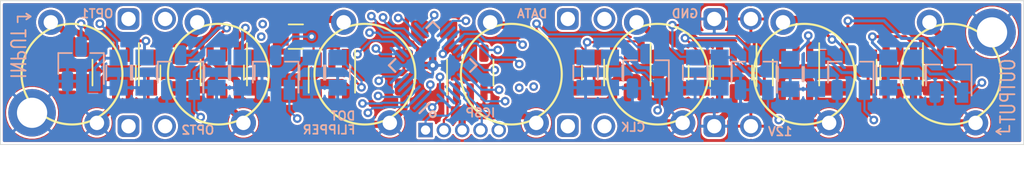
<source format=kicad_pcb>
(kicad_pcb (version 20171130) (host pcbnew "(5.1.4)-1")
  (layers (0 F.Cu mixed) (1 In1.Cu signal) (2 In2.Cu signal) (31 B.Cu mixed) (34 B.Paste user) (35 F.Paste user) (36 B.SilkS user) (37 F.SilkS user) (38 B.Mask user) (39 F.Mask user) (44 Edge.Cuts user))
  (net 0 "")
  (net 1 "Net-(C1-Pad1)")
  (net 2 "Net-(C1-Pad2)")
  (net 3 "Net-(C3-Pad1)")
  (net 4 "Net-(C3-Pad2)")
  (net 5 "Net-(C5-Pad1)")
  (net 6 "Net-(C5-Pad2)")
  (net 7 "Net-(C7-Pad1)")
  (net 8 "Net-(C7-Pad2)")
  (net 9 +12V)
  (net 10 GND)
  (net 11 +5V)
  (net 12 "Net-(C11-Pad2)")
  (net 13 "Net-(C11-Pad1)")
  (net 14 "Net-(C13-Pad1)")
  (net 15 "Net-(C13-Pad2)")
  (net 16 "Net-(C15-Pad2)")
  (net 17 "Net-(C15-Pad1)")
  (net 18 DATA_IN)
  (net 19 CLK_IN)
  (net 20 DATA_OUT)
  (net 21 CLK_OUT)
  (net 22 FLIP_G_OFF)
  (net 23 "Net-(J5-Pad4)")
  (net 24 VPP)
  (net 25 "Net-(Q1-Pad3)")
  (net 26 FLIP_A_ON)
  (net 27 FLIP_A_OFF)
  (net 28 "Net-(Q3-Pad3)")
  (net 29 FLIP_B_ON)
  (net 30 FLIP_B_OFF)
  (net 31 "Net-(Q5-Pad3)")
  (net 32 FLIP_C_ON)
  (net 33 FLIP_C_OFF)
  (net 34 "Net-(Q7-Pad3)")
  (net 35 FLIP_D_ON)
  (net 36 FLIP_D_OFF)
  (net 37 "Net-(Q10-Pad3)")
  (net 38 FLIP_E_ON)
  (net 39 FLIP_E_OFF)
  (net 40 "Net-(Q11-Pad3)")
  (net 41 FLIP_F_ON)
  (net 42 FLIP_F_OFF)
  (net 43 "Net-(Q13-Pad3)")
  (net 44 FLIP_G_ON)
  (net 45 "Net-(U2-Pad6)")
  (net 46 "Net-(U3-Pad4)")
  (net 47 OPT1_IN)
  (net 48 OPT2_IN)
  (net 49 OPT1_OUT)
  (net 50 OPT2_OUT)
  (module dot_flipper:Pin_Header_Straight_1x05_Pitch1.27mm (layer F.Cu) (at 62.087001 68.765001 90)
    (fp_text reference J5 hide)
    (fp_text value Conn_01x05_Male)
    (pad 1 thru_hole rect (at 0 0 90) (size 1 1) (drill 0.65) (layers *.Cu *.Mask) (net 24 VPP))
    (pad 2 thru_hole oval (at 0 1.27 90) (size 1 1) (drill 0.65) (layers *.Cu *.Mask) (net 11 +5V))
    (pad 3 thru_hole oval (at 0 2.54 90) (size 1 1) (drill 0.65) (layers *.Cu *.Mask) (net 10 GND))
    (pad 4 thru_hole oval (at 0 3.81 90) (size 1 1) (drill 0.65) (layers *.Cu *.Mask) (net 23 "Net-(J5-Pad4)"))
    (pad 5 thru_hole oval (at 0 5.08 90) (size 1 1) (drill 0.65) (layers *.Cu *.Mask) (net 22 FLIP_G_OFF))
  )
  (module dot_flipper:C_0805_x2 (layer F.Cu) (at 97.837001 64.765001 270)
    (fp_text reference C15 hide)
    (fp_text value "10u x2")
    (pad 1 smd roundrect (at -1.1 0 270) (size 1 2.5) (layers F.Cu F.Paste F.Mask) (roundrect_rratio 0.15) (net 17 "Net-(C15-Pad1)"))
    (pad 2 smd roundrect (at 1.1 0 270) (size 1 2.5) (layers F.Cu F.Paste F.Mask) (roundrect_rratio 0.15) (net 16 "Net-(C15-Pad2)"))
  )
  (module dot_flipper:C_0805_x2 (layer F.Cu) (at 90.587001 64.765001 270)
    (fp_text reference C13 hide)
    (fp_text value "10u x2")
    (pad 1 smd roundrect (at -1.1 0 270) (size 1 2.5) (layers F.Cu F.Paste F.Mask) (roundrect_rratio 0.15) (net 14 "Net-(C13-Pad1)"))
    (pad 2 smd roundrect (at 1.1 0 270) (size 1 2.5) (layers F.Cu F.Paste F.Mask) (roundrect_rratio 0.15) (net 15 "Net-(C13-Pad2)"))
  )
  (module dot_flipper:C_0805_x2 (layer F.Cu) (at 78.987001 64.765001 270)
    (fp_text reference C11 hide)
    (fp_text value "10u x2")
    (pad 1 smd roundrect (at -1.1 0 270) (size 1 2.5) (layers F.Cu F.Paste F.Mask) (roundrect_rratio 0.15) (net 13 "Net-(C11-Pad1)"))
    (pad 2 smd roundrect (at 1.1 0 270) (size 1 2.5) (layers F.Cu F.Paste F.Mask) (roundrect_rratio 0.15) (net 12 "Net-(C11-Pad2)"))
  )
  (module dot_flipper:C_0805_x2 (layer F.Cu) (at 71.587001 64.765001 270)
    (fp_text reference C7 hide)
    (fp_text value "10u x2")
    (pad 1 smd roundrect (at -1.1 0 270) (size 1 2.5) (layers F.Cu F.Paste F.Mask) (roundrect_rratio 0.15) (net 7 "Net-(C7-Pad1)"))
    (pad 2 smd roundrect (at 1.1 0 270) (size 1 2.5) (layers F.Cu F.Paste F.Mask) (roundrect_rratio 0.15) (net 8 "Net-(C7-Pad2)"))
  )
  (module dot_flipper:C_0805_x2 (layer F.Cu) (at 52.687001 65.265001 270)
    (fp_text reference C5 hide)
    (fp_text value "10u x2")
    (pad 1 smd roundrect (at -1.1 0 270) (size 1 2.5) (layers F.Cu F.Paste F.Mask) (roundrect_rratio 0.15) (net 5 "Net-(C5-Pad1)"))
    (pad 2 smd roundrect (at 1.1 0 270) (size 1 2.5) (layers F.Cu F.Paste F.Mask) (roundrect_rratio 0.15) (net 6 "Net-(C5-Pad2)"))
  )
  (module dot_flipper:C_0805_x2 (layer F.Cu) (at 45.087001 64.765001 270)
    (fp_text reference C3 hide)
    (fp_text value "10u x2")
    (pad 1 smd roundrect (at -1.1 0 270) (size 1 2.5) (layers F.Cu F.Paste F.Mask) (roundrect_rratio 0.15) (net 3 "Net-(C3-Pad1)"))
    (pad 2 smd roundrect (at 1.1 0 270) (size 1 2.5) (layers F.Cu F.Paste F.Mask) (roundrect_rratio 0.15) (net 4 "Net-(C3-Pad2)"))
  )
  (module dot_flipper:C_0805_x2 (layer F.Cu) (at 37.687001 64.265001 270)
    (fp_text reference C1 hide)
    (fp_text value "10u x2")
    (pad 1 smd roundrect (at -1.1 0 270) (size 1 2.5) (layers F.Cu F.Paste F.Mask) (roundrect_rratio 0.15) (net 1 "Net-(C1-Pad1)"))
    (pad 2 smd roundrect (at 1.1 0 270) (size 1 2.5) (layers F.Cu F.Paste F.Mask) (roundrect_rratio 0.15) (net 2 "Net-(C1-Pad2)"))
  )
  (module dot_flipper:Pin_Header_Straight_1x02_Pitch2.54mm (layer F.Cu) (at 41.477001 68.495001 90)
    (fp_text reference J7 hide)
    (fp_text value Conn_01x02_Male)
    (pad 1 thru_hole roundrect (at 0 0 90) (size 1.5 1.5) (drill 1) (layers *.Cu *.Mask) (net 49 OPT1_OUT))
    (pad 2 thru_hole oval (at 0 2.54 90) (size 1.5 1.5) (drill 1) (layers *.Cu *.Mask) (net 50 OPT2_OUT))
  )
  (module dot_flipper:Pin_Header_Straight_1x02_Pitch2.54mm (layer F.Cu) (at 41.477001 61.035001 90)
    (fp_text reference J6 hide)
    (fp_text value Conn_01x02_Male)
    (pad 1 thru_hole roundrect (at 0 0 90) (size 1.5 1.5) (drill 1) (layers *.Cu *.Mask) (net 47 OPT1_IN))
    (pad 2 thru_hole oval (at 0 2.54 90) (size 1.5 1.5) (drill 1) (layers *.Cu *.Mask) (net 48 OPT2_IN))
  )
  (module dot_flipper:Pin_Header_Straight_1x02_Pitch2.54mm (layer F.Cu) (at 71.957001 68.495001 90)
    (fp_text reference J4 hide)
    (fp_text value Conn_01x02_Male)
    (pad 1 thru_hole roundrect (at 0 0 90) (size 1.5 1.5) (drill 1) (layers *.Cu *.Mask) (net 20 DATA_OUT))
    (pad 2 thru_hole oval (at 0 2.54 90) (size 1.5 1.5) (drill 1) (layers *.Cu *.Mask) (net 21 CLK_OUT))
  )
  (module dot_flipper:Pin_Header_Straight_1x02_Pitch2.54mm (layer F.Cu) (at 71.957001 61.035001 90)
    (fp_text reference J3 hide)
    (fp_text value Conn_01x02_Male)
    (pad 1 thru_hole roundrect (at 0 0 90) (size 1.5 1.5) (drill 1) (layers *.Cu *.Mask) (net 18 DATA_IN))
    (pad 2 thru_hole oval (at 0 2.54 90) (size 1.5 1.5) (drill 1) (layers *.Cu *.Mask) (net 19 CLK_IN))
  )
  (module dot_flipper:Pin_Header_Straight_1x02_Pitch2.54mm (layer F.Cu) (at 82.117001 68.495001 90)
    (fp_text reference J2 hide)
    (fp_text value Conn_01x02_Male)
    (pad 1 thru_hole roundrect (at 0 0 90) (size 1.5 1.5) (drill 1) (layers *.Cu *.Mask) (net 10 GND))
    (pad 2 thru_hole oval (at 0 2.54 90) (size 1.5 1.5) (drill 1) (layers *.Cu *.Mask) (net 9 +12V))
  )
  (module dot_flipper:Pin_Header_Straight_1x02_Pitch2.54mm (layer F.Cu) (at 82.117001 61.035001 90)
    (fp_text reference J1 hide)
    (fp_text value Conn_01x02_Male)
    (pad 1 thru_hole roundrect (at 0 0 90) (size 1.5 1.5) (drill 1) (layers *.Cu *.Mask) (net 10 GND))
    (pad 2 thru_hole oval (at 0 2.54 90) (size 1.5 1.5) (drill 1) (layers *.Cu *.Mask) (net 9 +12V))
  )
  (module dot_flipper:R_0805 (layer B.Cu) (at 94.187001 64.765001 270)
    (fp_text reference R21 hide)
    (fp_text value 100K)
    (pad 1 smd rect (at -1.05 0 270) (size 1.1 1.25) (layers B.Cu B.Paste B.Mask) (net 22 FLIP_G_OFF))
    (pad 2 smd rect (at 1.05 0 270) (size 1.1 1.25) (layers B.Cu B.Paste B.Mask) (net 10 GND))
  )
  (module dot_flipper:R_0805 (layer B.Cu) (at 95.887001 64.765001 270)
    (fp_text reference R20 hide)
    (fp_text value 100K)
    (pad 1 smd rect (at -1.05 0 270) (size 1.1 1.25) (layers B.Cu B.Paste B.Mask) (net 44 FLIP_G_ON))
    (pad 2 smd rect (at 1.05 0 270) (size 1.1 1.25) (layers B.Cu B.Paste B.Mask) (net 10 GND))
  )
  (module dot_flipper:R_0805 (layer F.Cu) (at 92.787001 64.765001 90)
    (fp_text reference R19 hide)
    (fp_text value 100K)
    (pad 1 smd rect (at -1.05 0 90) (size 1.1 1.25) (layers F.Cu F.Paste F.Mask) (net 9 +12V))
    (pad 2 smd rect (at 1.05 0 90) (size 1.1 1.25) (layers F.Cu F.Paste F.Mask) (net 43 "Net-(Q13-Pad3)"))
  )
  (module dot_flipper:R_0805 (layer B.Cu) (at 87.387001 64.865001 270)
    (fp_text reference R18 hide)
    (fp_text value 100K)
    (pad 1 smd rect (at -1.05 0 270) (size 1.1 1.25) (layers B.Cu B.Paste B.Mask) (net 42 FLIP_F_OFF))
    (pad 2 smd rect (at 1.05 0 270) (size 1.1 1.25) (layers B.Cu B.Paste B.Mask) (net 10 GND))
  )
  (module dot_flipper:R_0805 (layer B.Cu) (at 89.187001 64.865001 270)
    (fp_text reference R17 hide)
    (fp_text value 100K)
    (pad 1 smd rect (at -1.05 0 270) (size 1.1 1.25) (layers B.Cu B.Paste B.Mask) (net 41 FLIP_F_ON))
    (pad 2 smd rect (at 1.05 0 270) (size 1.1 1.25) (layers B.Cu B.Paste B.Mask) (net 10 GND))
  )
  (module dot_flipper:R_0805 (layer F.Cu) (at 85.587001 64.765001 90)
    (fp_text reference R16 hide)
    (fp_text value 100K)
    (pad 1 smd rect (at -1.05 0 90) (size 1.1 1.25) (layers F.Cu F.Paste F.Mask) (net 9 +12V))
    (pad 2 smd rect (at 1.05 0 90) (size 1.1 1.25) (layers F.Cu F.Paste F.Mask) (net 40 "Net-(Q11-Pad3)"))
  )
  (module dot_flipper:R_0805 (layer B.Cu) (at 80.787001 64.765001 270)
    (fp_text reference R15 hide)
    (fp_text value 100K)
    (pad 1 smd rect (at -1.05 0 270) (size 1.1 1.25) (layers B.Cu B.Paste B.Mask) (net 39 FLIP_E_OFF))
    (pad 2 smd rect (at 1.05 0 270) (size 1.1 1.25) (layers B.Cu B.Paste B.Mask) (net 10 GND))
  )
  (module dot_flipper:R_0805 (layer B.Cu) (at 82.487001 64.765001 270)
    (fp_text reference R14 hide)
    (fp_text value 100K)
    (pad 1 smd rect (at -1.05 0 270) (size 1.1 1.25) (layers B.Cu B.Paste B.Mask) (net 38 FLIP_E_ON))
    (pad 2 smd rect (at 1.05 0 270) (size 1.1 1.25) (layers B.Cu B.Paste B.Mask) (net 10 GND))
  )
  (module dot_flipper:R_0805 (layer F.Cu) (at 81.187001 64.765001 90)
    (fp_text reference R13 hide)
    (fp_text value 100K)
    (pad 1 smd rect (at -1.05 0 90) (size 1.1 1.25) (layers F.Cu F.Paste F.Mask) (net 9 +12V))
    (pad 2 smd rect (at 1.05 0 90) (size 1.1 1.25) (layers F.Cu F.Paste F.Mask) (net 37 "Net-(Q10-Pad3)"))
  )
  (module dot_flipper:R_0805 (layer B.Cu) (at 73.187001 64.765001 270)
    (fp_text reference R12 hide)
    (fp_text value 100K)
    (pad 1 smd rect (at -1.05 0 270) (size 1.1 1.25) (layers B.Cu B.Paste B.Mask) (net 36 FLIP_D_OFF))
    (pad 2 smd rect (at 1.05 0 270) (size 1.1 1.25) (layers B.Cu B.Paste B.Mask) (net 10 GND))
  )
  (module dot_flipper:R_0805 (layer B.Cu) (at 74.887001 64.765001 270)
    (fp_text reference R11 hide)
    (fp_text value 100K)
    (pad 1 smd rect (at -1.05 0 270) (size 1.1 1.25) (layers B.Cu B.Paste B.Mask) (net 35 FLIP_D_ON))
    (pad 2 smd rect (at 1.05 0 270) (size 1.1 1.25) (layers B.Cu B.Paste B.Mask) (net 10 GND))
  )
  (module dot_flipper:R_0805 (layer F.Cu) (at 73.787001 64.765001 90)
    (fp_text reference R10 hide)
    (fp_text value 100K)
    (pad 1 smd rect (at -1.05 0 90) (size 1.1 1.25) (layers F.Cu F.Paste F.Mask) (net 9 +12V))
    (pad 2 smd rect (at 1.05 0 90) (size 1.1 1.25) (layers F.Cu F.Paste F.Mask) (net 34 "Net-(Q7-Pad3)"))
  )
  (module dot_flipper:R_0805 (layer B.Cu) (at 55.987001 64.765001 270)
    (fp_text reference R9 hide)
    (fp_text value 100K)
    (pad 1 smd rect (at -1.05 0 270) (size 1.1 1.25) (layers B.Cu B.Paste B.Mask) (net 33 FLIP_C_OFF))
    (pad 2 smd rect (at 1.05 0 270) (size 1.1 1.25) (layers B.Cu B.Paste B.Mask) (net 10 GND))
  )
  (module dot_flipper:R_0805 (layer B.Cu) (at 54.187001 64.765001 270)
    (fp_text reference R8 hide)
    (fp_text value 100K)
    (pad 1 smd rect (at -1.05 0 270) (size 1.1 1.25) (layers B.Cu B.Paste B.Mask) (net 32 FLIP_C_ON))
    (pad 2 smd rect (at 1.05 0 270) (size 1.1 1.25) (layers B.Cu B.Paste B.Mask) (net 10 GND))
  )
  (module dot_flipper:R_0805 (layer F.Cu) (at 53.087001 62.265001)
    (fp_text reference R7 hide)
    (fp_text value 100K)
    (pad 1 smd rect (at -1.05 0) (size 1.1 1.25) (layers F.Cu F.Paste F.Mask) (net 9 +12V))
    (pad 2 smd rect (at 1.05 0) (size 1.1 1.25) (layers F.Cu F.Paste F.Mask) (net 31 "Net-(Q5-Pad3)"))
  )
  (module dot_flipper:R_0805 (layer B.Cu) (at 49.387001 64.765001 270)
    (fp_text reference R6 hide)
    (fp_text value 100K)
    (pad 1 smd rect (at -1.05 0 270) (size 1.1 1.25) (layers B.Cu B.Paste B.Mask) (net 30 FLIP_B_OFF))
    (pad 2 smd rect (at 1.05 0 270) (size 1.1 1.25) (layers B.Cu B.Paste B.Mask) (net 10 GND))
  )
  (module dot_flipper:R_0805 (layer B.Cu) (at 47.587001 64.765001 270)
    (fp_text reference R5 hide)
    (fp_text value 100K)
    (pad 1 smd rect (at -1.05 0 270) (size 1.1 1.25) (layers B.Cu B.Paste B.Mask) (net 29 FLIP_B_ON))
    (pad 2 smd rect (at 1.05 0 270) (size 1.1 1.25) (layers B.Cu B.Paste B.Mask) (net 10 GND))
  )
  (module dot_flipper:R_0805 (layer F.Cu) (at 50.337001 64.765001 90)
    (fp_text reference R4 hide)
    (fp_text value 100K)
    (pad 1 smd rect (at -1.05 0 90) (size 1.1 1.25) (layers F.Cu F.Paste F.Mask) (net 9 +12V))
    (pad 2 smd rect (at 1.05 0 90) (size 1.1 1.25) (layers F.Cu F.Paste F.Mask) (net 28 "Net-(Q3-Pad3)"))
  )
  (module dot_flipper:R_0805 (layer B.Cu) (at 42.587001 64.765001 270)
    (fp_text reference R3 hide)
    (fp_text value 100K)
    (pad 1 smd rect (at -1.05 0 270) (size 1.1 1.25) (layers B.Cu B.Paste B.Mask) (net 27 FLIP_A_OFF))
    (pad 2 smd rect (at 1.05 0 270) (size 1.1 1.25) (layers B.Cu B.Paste B.Mask) (net 10 GND))
  )
  (module dot_flipper:R_0805 (layer B.Cu) (at 40.787001 64.765001 270)
    (fp_text reference R2 hide)
    (fp_text value 100K)
    (pad 1 smd rect (at -1.05 0 270) (size 1.1 1.25) (layers B.Cu B.Paste B.Mask) (net 26 FLIP_A_ON))
    (pad 2 smd rect (at 1.05 0 270) (size 1.1 1.25) (layers B.Cu B.Paste B.Mask) (net 10 GND))
  )
  (module dot_flipper:R_0805 (layer F.Cu) (at 42.837001 64.765001 90)
    (fp_text reference R1 hide)
    (fp_text value 100K)
    (pad 1 smd rect (at -1.05 0 90) (size 1.1 1.25) (layers F.Cu F.Paste F.Mask) (net 9 +12V))
    (pad 2 smd rect (at 1.05 0 90) (size 1.1 1.25) (layers F.Cu F.Paste F.Mask) (net 25 "Net-(Q1-Pad3)"))
  )
  (module dot_flipper:C_0805 (layer F.Cu) (at 62.687001 61.765001 180)
    (fp_text reference C10 hide)
    (fp_text value 1u)
    (pad 1 smd roundrect (at -1 0 180) (size 1.2 1.25) (layers F.Cu F.Paste F.Mask) (roundrect_rratio 0.15) (net 11 +5V))
    (pad 2 smd roundrect (at 1 0 180) (size 1.2 1.25) (layers F.Cu F.Paste F.Mask) (roundrect_rratio 0.15) (net 10 GND))
  )
  (module dot_flipper:C_0805 (layer F.Cu) (at 60.587001 64.765001 270)
    (fp_text reference C9 hide)
    (fp_text value 1u)
    (pad 1 smd roundrect (at -1 0 270) (size 1.2 1.25) (layers F.Cu F.Paste F.Mask) (roundrect_rratio 0.15) (net 9 +12V))
    (pad 2 smd roundrect (at 1 0 270) (size 1.2 1.25) (layers F.Cu F.Paste F.Mask) (roundrect_rratio 0.15) (net 10 GND))
  )
  (module dot_flipper:SOT-23-5_HandSoldering (layer F.Cu) (at 65.187001 64.765001 90)
    (fp_text reference U3 hide)
    (fp_text value NCP718BSN500T1G)
    (pad 1 smd rect (at -1.45 -0.95 90) (size 1.4 0.5) (layers F.Cu F.Paste F.Mask) (net 9 +12V))
    (pad 2 smd roundrect (at -1.35 0 90) (size 1.2 0.5) (layers F.Cu F.Paste F.Mask) (net 10 GND))
    (pad 3 smd roundrect (at -1.35 0.95 90) (size 1.2 0.5) (layers F.Cu F.Paste F.Mask) (net 9 +12V))
    (pad 4 smd roundrect (at 1.35 0.95 90) (size 1.2 0.65) (layers F.Cu F.Paste F.Mask) (net 46 "Net-(U3-Pad4)"))
    (pad 5 smd roundrect (at 1.35 -0.95 90) (size 1.2 0.65) (layers F.Cu F.Paste F.Mask) (net 11 +5V))
  )
  (module dot_flipper:SOT-23-6_Handsoldering (layer F.Cu) (at 94.987001 64.765001 270)
    (fp_text reference Q13 hide)
    (fp_text value DMG6602SVT)
    (pad 1 smd rect (at -1.45 -0.95 270) (size 1.4 0.5) (layers F.Cu F.Paste F.Mask) (net 22 FLIP_G_OFF))
    (pad 2 smd roundrect (at -1.35 0 270) (size 1.2 0.5) (layers F.Cu F.Paste F.Mask) (net 9 +12V))
    (pad 3 smd roundrect (at -1.35 0.95 270) (size 1.2 0.5) (layers F.Cu F.Paste F.Mask) (net 43 "Net-(Q13-Pad3)"))
    (pad 4 smd roundrect (at 1.35 0.95 270) (size 1.2 0.5) (layers F.Cu F.Paste F.Mask) (net 16 "Net-(C15-Pad2)"))
    (pad 6 smd roundrect (at 1.35 -0.95 270) (size 1.2 0.5) (layers F.Cu F.Paste F.Mask) (net 16 "Net-(C15-Pad2)"))
    (pad 5 smd roundrect (at 1.35 0 270) (size 1.2 0.5) (layers F.Cu F.Paste F.Mask) (net 10 GND))
  )
  (module dot_flipper:SOT-23-6_Handsoldering (layer F.Cu) (at 87.787001 64.765001 270)
    (fp_text reference Q11 hide)
    (fp_text value DMG6602SVT)
    (pad 1 smd rect (at -1.45 -0.95 270) (size 1.4 0.5) (layers F.Cu F.Paste F.Mask) (net 42 FLIP_F_OFF))
    (pad 2 smd roundrect (at -1.35 0 270) (size 1.2 0.5) (layers F.Cu F.Paste F.Mask) (net 9 +12V))
    (pad 3 smd roundrect (at -1.35 0.95 270) (size 1.2 0.5) (layers F.Cu F.Paste F.Mask) (net 40 "Net-(Q11-Pad3)"))
    (pad 4 smd roundrect (at 1.35 0.95 270) (size 1.2 0.5) (layers F.Cu F.Paste F.Mask) (net 15 "Net-(C13-Pad2)"))
    (pad 6 smd roundrect (at 1.35 -0.95 270) (size 1.2 0.5) (layers F.Cu F.Paste F.Mask) (net 15 "Net-(C13-Pad2)"))
    (pad 5 smd roundrect (at 1.35 0 270) (size 1.2 0.5) (layers F.Cu F.Paste F.Mask) (net 10 GND))
  )
  (module dot_flipper:SOT-23-6_Handsoldering (layer F.Cu) (at 83.437001 64.815001 270)
    (fp_text reference Q9 hide)
    (fp_text value DMG6602SVT)
    (pad 1 smd rect (at -1.45 -0.95 270) (size 1.4 0.5) (layers F.Cu F.Paste F.Mask) (net 39 FLIP_E_OFF))
    (pad 2 smd roundrect (at -1.35 0 270) (size 1.2 0.5) (layers F.Cu F.Paste F.Mask) (net 9 +12V))
    (pad 3 smd roundrect (at -1.35 0.95 270) (size 1.2 0.5) (layers F.Cu F.Paste F.Mask) (net 37 "Net-(Q10-Pad3)"))
    (pad 4 smd roundrect (at 1.35 0.95 270) (size 1.2 0.5) (layers F.Cu F.Paste F.Mask) (net 12 "Net-(C11-Pad2)"))
    (pad 6 smd roundrect (at 1.35 -0.95 270) (size 1.2 0.5) (layers F.Cu F.Paste F.Mask) (net 12 "Net-(C11-Pad2)"))
    (pad 5 smd roundrect (at 1.35 0 270) (size 1.2 0.5) (layers F.Cu F.Paste F.Mask) (net 10 GND))
  )
  (module dot_flipper:SOT-23-6_Handsoldering (layer F.Cu) (at 76.087001 64.765001 270)
    (fp_text reference Q7 hide)
    (fp_text value DMG6602SVT)
    (pad 1 smd rect (at -1.45 -0.95 270) (size 1.4 0.5) (layers F.Cu F.Paste F.Mask) (net 36 FLIP_D_OFF))
    (pad 2 smd roundrect (at -1.35 0 270) (size 1.2 0.5) (layers F.Cu F.Paste F.Mask) (net 9 +12V))
    (pad 3 smd roundrect (at -1.35 0.95 270) (size 1.2 0.5) (layers F.Cu F.Paste F.Mask) (net 34 "Net-(Q7-Pad3)"))
    (pad 4 smd roundrect (at 1.35 0.95 270) (size 1.2 0.5) (layers F.Cu F.Paste F.Mask) (net 8 "Net-(C7-Pad2)"))
    (pad 6 smd roundrect (at 1.35 -0.95 270) (size 1.2 0.5) (layers F.Cu F.Paste F.Mask) (net 8 "Net-(C7-Pad2)"))
    (pad 5 smd roundrect (at 1.35 0 270) (size 1.2 0.5) (layers F.Cu F.Paste F.Mask) (net 10 GND))
  )
  (module dot_flipper:SOT-23-6_Handsoldering (layer F.Cu) (at 55.587001 65.265001 270)
    (fp_text reference Q5 hide)
    (fp_text value DMG6602SVT)
    (pad 1 smd rect (at -1.45 -0.95 270) (size 1.4 0.5) (layers F.Cu F.Paste F.Mask) (net 33 FLIP_C_OFF))
    (pad 2 smd roundrect (at -1.35 0 270) (size 1.2 0.5) (layers F.Cu F.Paste F.Mask) (net 9 +12V))
    (pad 3 smd roundrect (at -1.35 0.95 270) (size 1.2 0.5) (layers F.Cu F.Paste F.Mask) (net 31 "Net-(Q5-Pad3)"))
    (pad 4 smd roundrect (at 1.35 0.95 270) (size 1.2 0.5) (layers F.Cu F.Paste F.Mask) (net 6 "Net-(C5-Pad2)"))
    (pad 6 smd roundrect (at 1.35 -0.95 270) (size 1.2 0.5) (layers F.Cu F.Paste F.Mask) (net 6 "Net-(C5-Pad2)"))
    (pad 5 smd roundrect (at 1.35 0 270) (size 1.2 0.5) (layers F.Cu F.Paste F.Mask) (net 10 GND))
  )
  (module dot_flipper:SOT-23-6_Handsoldering (layer F.Cu) (at 48.087001 64.765001 270)
    (fp_text reference Q3 hide)
    (fp_text value DMG6602SVT)
    (pad 1 smd rect (at -1.45 -0.95 270) (size 1.4 0.5) (layers F.Cu F.Paste F.Mask) (net 30 FLIP_B_OFF))
    (pad 2 smd roundrect (at -1.35 0 270) (size 1.2 0.5) (layers F.Cu F.Paste F.Mask) (net 9 +12V))
    (pad 3 smd roundrect (at -1.35 0.95 270) (size 1.2 0.5) (layers F.Cu F.Paste F.Mask) (net 28 "Net-(Q3-Pad3)"))
    (pad 4 smd roundrect (at 1.35 0.95 270) (size 1.2 0.5) (layers F.Cu F.Paste F.Mask) (net 4 "Net-(C3-Pad2)"))
    (pad 6 smd roundrect (at 1.35 -0.95 270) (size 1.2 0.5) (layers F.Cu F.Paste F.Mask) (net 4 "Net-(C3-Pad2)"))
    (pad 5 smd roundrect (at 1.35 0 270) (size 1.2 0.5) (layers F.Cu F.Paste F.Mask) (net 10 GND))
  )
  (module dot_flipper:SOT-23-6_Handsoldering (layer F.Cu) (at 40.587001 64.765001 270)
    (fp_text reference Q1 hide)
    (fp_text value DMG6602SVT)
    (pad 1 smd rect (at -1.45 -0.95 270) (size 1.4 0.5) (layers F.Cu F.Paste F.Mask) (net 27 FLIP_A_OFF))
    (pad 2 smd roundrect (at -1.35 0 270) (size 1.2 0.5) (layers F.Cu F.Paste F.Mask) (net 9 +12V))
    (pad 3 smd roundrect (at -1.35 0.95 270) (size 1.2 0.5) (layers F.Cu F.Paste F.Mask) (net 25 "Net-(Q1-Pad3)"))
    (pad 4 smd roundrect (at 1.35 0.95 270) (size 1.2 0.5) (layers F.Cu F.Paste F.Mask) (net 2 "Net-(C1-Pad2)"))
    (pad 6 smd roundrect (at 1.35 -0.95 270) (size 1.2 0.5) (layers F.Cu F.Paste F.Mask) (net 2 "Net-(C1-Pad2)"))
    (pad 5 smd roundrect (at 1.35 0 270) (size 1.2 0.5) (layers F.Cu F.Paste F.Mask) (net 10 GND))
  )
  (module dot_flipper:MountingHole_2.2mm_M2_Pad_thin (layer F.Cu) (at 101.387001 61.965001)
    (fp_text reference H2 hide)
    (fp_text value MountingHole_Pad)
    (pad 1 thru_hole circle (at 0 0) (size 3.3 3.3) (drill 2.1) (layers *.Cu *.Mask) (net 10 GND))
  )
  (module dot_flipper:MountingHole_2.2mm_M2_Pad_thin (layer F.Cu) (at 34.787001 67.565001)
    (fp_text reference H1 hide)
    (fp_text value MountingHole_Pad)
    (pad 1 thru_hole circle (at 0 0) (size 3.3 3.3) (drill 2.1) (layers *.Cu *.Mask) (net 10 GND))
  )
  (module dot_flipper:QFN-28-1EP_4x4mm_Pitch0.4mm_wide (layer B.Cu) (at 62.587001 64.265001 45)
    (fp_text reference U2 hide)
    (fp_text value PIC16F15355-I-MV)
    (pad 29 thru_hole circle (at 0 0 45) (size 0.8 0.8) (drill 0.3) (layers *.Cu *.Mask) (net 10 GND))
    (pad 1 smd rect (at -2.35 1.2 45) (size 1.5 0.2) (layers B.Cu B.Paste B.Mask) (net 32 FLIP_C_ON))
    (pad 2 smd roundrect (at -2.3 0.8 45) (size 1.4 0.2) (layers B.Cu B.Paste B.Mask) (roundrect_rratio 0.5) (net 35 FLIP_D_ON))
    (pad 3 smd roundrect (at -2.3 0.4 45) (size 1.4 0.2) (layers B.Cu B.Paste B.Mask) (roundrect_rratio 0.5) (net 38 FLIP_E_ON))
    (pad 4 smd roundrect (at -2.3 0 45) (size 1.4 0.2) (layers B.Cu B.Paste B.Mask) (roundrect_rratio 0.5) (net 41 FLIP_F_ON))
    (pad 5 smd roundrect (at -2.3 -0.4 45) (size 1.4 0.2) (layers B.Cu B.Paste B.Mask) (roundrect_rratio 0.5) (net 10 GND))
    (pad 6 smd roundrect (at -2.3 -0.8 45) (size 1.4 0.2) (layers B.Cu B.Paste B.Mask) (roundrect_rratio 0.5) (net 45 "Net-(U2-Pad6)"))
    (pad 7 smd roundrect (at -2.3 -1.2 45) (size 1.4 0.2) (layers B.Cu B.Paste B.Mask) (roundrect_rratio 0.5) (net 44 FLIP_G_ON))
    (pad 8 smd roundrect (at -1.2 -2.3 315) (size 1.4 0.2) (layers B.Cu B.Paste B.Mask) (roundrect_rratio 0.5) (net 18 DATA_IN))
    (pad 9 smd roundrect (at -0.8 -2.3 315) (size 1.4 0.2) (layers B.Cu B.Paste B.Mask) (roundrect_rratio 0.5) (net 19 CLK_IN))
    (pad 10 smd roundrect (at -0.4 -2.3 315) (size 1.4 0.2) (layers B.Cu B.Paste B.Mask) (roundrect_rratio 0.5) (net 47 OPT1_IN))
    (pad 11 smd roundrect (at 0 -2.3 315) (size 1.4 0.2) (layers B.Cu B.Paste B.Mask) (roundrect_rratio 0.5) (net 48 OPT2_IN))
    (pad 12 smd roundrect (at 0.4 -2.3 315) (size 1.4 0.2) (layers B.Cu B.Paste B.Mask) (roundrect_rratio 0.5) (net 20 DATA_OUT))
    (pad 13 smd roundrect (at 0.8 -2.3 315) (size 1.4 0.2) (layers B.Cu B.Paste B.Mask) (roundrect_rratio 0.5) (net 21 CLK_OUT))
    (pad 14 smd roundrect (at 1.2 -2.3 315) (size 1.4 0.2) (layers B.Cu B.Paste B.Mask) (roundrect_rratio 0.5) (net 49 OPT1_OUT))
    (pad 15 smd roundrect (at 2.3 -1.2 45) (size 1.4 0.2) (layers B.Cu B.Paste B.Mask) (roundrect_rratio 0.5) (net 50 OPT2_OUT))
    (pad 16 smd roundrect (at 2.3 -0.8 45) (size 1.4 0.2) (layers B.Cu B.Paste B.Mask) (roundrect_rratio 0.5) (net 10 GND))
    (pad 17 smd roundrect (at 2.3 -0.4 45) (size 1.4 0.2) (layers B.Cu B.Paste B.Mask) (roundrect_rratio 0.5) (net 11 +5V))
    (pad 18 smd roundrect (at 2.3 0 45) (size 1.4 0.2) (layers B.Cu B.Paste B.Mask) (roundrect_rratio 0.5) (net 27 FLIP_A_OFF))
    (pad 19 smd roundrect (at 2.3 0.4 45) (size 1.4 0.2) (layers B.Cu B.Paste B.Mask) (roundrect_rratio 0.5) (net 30 FLIP_B_OFF))
    (pad 20 smd roundrect (at 2.3 0.8 45) (size 1.4 0.2) (layers B.Cu B.Paste B.Mask) (roundrect_rratio 0.5) (net 33 FLIP_C_OFF))
    (pad 21 smd roundrect (at 2.3 1.2 45) (size 1.4 0.2) (layers B.Cu B.Paste B.Mask) (roundrect_rratio 0.5) (net 36 FLIP_D_OFF))
    (pad 22 smd roundrect (at 1.2 2.3 315) (size 1.4 0.2) (layers B.Cu B.Paste B.Mask) (roundrect_rratio 0.5) (net 39 FLIP_E_OFF))
    (pad 23 smd roundrect (at 0.8 2.3 315) (size 1.4 0.2) (layers B.Cu B.Paste B.Mask) (roundrect_rratio 0.5) (net 42 FLIP_F_OFF))
    (pad 24 smd roundrect (at 0.4 2.3 315) (size 1.4 0.2) (layers B.Cu B.Paste B.Mask) (roundrect_rratio 0.5) (net 22 FLIP_G_OFF))
    (pad 25 smd roundrect (at 0 2.3 315) (size 1.4 0.2) (layers B.Cu B.Paste B.Mask) (roundrect_rratio 0.5) (net 23 "Net-(J5-Pad4)"))
    (pad 26 smd roundrect (at -0.4 2.3 315) (size 1.4 0.2) (layers B.Cu B.Paste B.Mask) (roundrect_rratio 0.5) (net 24 VPP))
    (pad 27 smd roundrect (at -0.8 2.3 315) (size 1.4 0.2) (layers B.Cu B.Paste B.Mask) (roundrect_rratio 0.5) (net 26 FLIP_A_ON))
    (pad 28 smd roundrect (at -1.2 2.3 315) (size 1.4 0.2) (layers B.Cu B.Paste B.Mask) (roundrect_rratio 0.5) (net 29 FLIP_B_ON))
  )
  (module dot_flipper:SOT-23-wide (layer B.Cu) (at 98.387001 64.965001 90)
    (fp_text reference Q14 hide)
    (fp_text value BSS138)
    (pad 1 smd rect (at -1.2 0.95 90) (size 1.4 0.8) (layers B.Cu B.Paste B.Mask) (net 44 FLIP_G_ON))
    (pad 2 smd roundrect (at -1.2 -0.95 90) (size 1.4 0.8) (layers B.Cu B.Paste B.Mask) (net 10 GND))
    (pad 3 smd roundrect (at 1.2 0 90) (size 1.4 0.8) (layers B.Cu B.Paste B.Mask) (net 43 "Net-(Q13-Pad3)"))
  )
  (module dot_flipper:SOT-23-wide (layer B.Cu) (at 91.587001 64.765001 90)
    (fp_text reference Q12 hide)
    (fp_text value BSS138)
    (pad 1 smd rect (at -1.2 0.95 90) (size 1.4 0.8) (layers B.Cu B.Paste B.Mask) (net 41 FLIP_F_ON))
    (pad 2 smd roundrect (at -1.2 -0.95 90) (size 1.4 0.8) (layers B.Cu B.Paste B.Mask) (net 10 GND))
    (pad 3 smd roundrect (at 1.2 0 90) (size 1.4 0.8) (layers B.Cu B.Paste B.Mask) (net 40 "Net-(Q11-Pad3)"))
  )
  (module dot_flipper:SOT-23-wide (layer B.Cu) (at 84.887001 64.765001 90)
    (fp_text reference Q10 hide)
    (fp_text value BSS138)
    (pad 1 smd rect (at -1.2 0.95 90) (size 1.4 0.8) (layers B.Cu B.Paste B.Mask) (net 38 FLIP_E_ON))
    (pad 2 smd roundrect (at -1.2 -0.95 90) (size 1.4 0.8) (layers B.Cu B.Paste B.Mask) (net 10 GND))
    (pad 3 smd roundrect (at 1.2 0 90) (size 1.4 0.8) (layers B.Cu B.Paste B.Mask) (net 37 "Net-(Q10-Pad3)"))
  )
  (module dot_flipper:SOT-23-wide (layer B.Cu) (at 77.387001 64.665001 90)
    (fp_text reference Q8 hide)
    (fp_text value BSS138)
    (pad 1 smd rect (at -1.2 0.95 90) (size 1.4 0.8) (layers B.Cu B.Paste B.Mask) (net 35 FLIP_D_ON))
    (pad 2 smd roundrect (at -1.2 -0.95 90) (size 1.4 0.8) (layers B.Cu B.Paste B.Mask) (net 10 GND))
    (pad 3 smd roundrect (at 1.2 0 90) (size 1.4 0.8) (layers B.Cu B.Paste B.Mask) (net 34 "Net-(Q7-Pad3)"))
  )
  (module dot_flipper:SOT-23-wide (layer B.Cu) (at 51.687001 64.765001 90)
    (fp_text reference Q6 hide)
    (fp_text value BSS138)
    (pad 1 smd rect (at -1.2 0.95 90) (size 1.4 0.8) (layers B.Cu B.Paste B.Mask) (net 32 FLIP_C_ON))
    (pad 2 smd roundrect (at -1.2 -0.95 90) (size 1.4 0.8) (layers B.Cu B.Paste B.Mask) (net 10 GND))
    (pad 3 smd roundrect (at 1.2 0 90) (size 1.4 0.8) (layers B.Cu B.Paste B.Mask) (net 31 "Net-(Q5-Pad3)"))
  )
  (module dot_flipper:SOT-23-wide (layer B.Cu) (at 45.087001 64.765001 90)
    (fp_text reference Q4 hide)
    (fp_text value BSS138)
    (pad 1 smd rect (at -1.2 0.95 90) (size 1.4 0.8) (layers B.Cu B.Paste B.Mask) (net 29 FLIP_B_ON))
    (pad 2 smd roundrect (at -1.2 -0.95 90) (size 1.4 0.8) (layers B.Cu B.Paste B.Mask) (net 10 GND))
    (pad 3 smd roundrect (at 1.2 0 90) (size 1.4 0.8) (layers B.Cu B.Paste B.Mask) (net 28 "Net-(Q3-Pad3)"))
  )
  (module dot_flipper:SOT-23-wide (layer B.Cu) (at 38.187001 64.165001 90)
    (fp_text reference Q2 hide)
    (fp_text value BSS138)
    (pad 1 smd rect (at -1.2 0.95 90) (size 1.4 0.8) (layers B.Cu B.Paste B.Mask) (net 26 FLIP_A_ON))
    (pad 2 smd roundrect (at -1.2 -0.95 90) (size 1.4 0.8) (layers B.Cu B.Paste B.Mask) (net 10 GND))
    (pad 3 smd roundrect (at 1.2 0 90) (size 1.4 0.8) (layers B.Cu B.Paste B.Mask) (net 25 "Net-(Q1-Pad3)"))
  )
  (module dot_flipper:7_flip_dots (layer F.Cu) (at 36.087001 61.265001)
    (fp_text reference U1 hide)
    (fp_text value 7_flip_dots hide)
    (pad 2-UG thru_hole circle (at 64.16 7) (size 1.75 1.75) (drill 1) (layers *.Cu *.Mask) (net 10 GND))
    (pad 2-UF thru_hole circle (at 54 7) (size 1.75 1.75) (drill 1) (layers *.Cu *.Mask) (net 10 GND))
    (pad 2-UE thru_hole circle (at 43.84 7) (size 1.75 1.75) (drill 1) (layers *.Cu *.Mask) (net 10 GND))
    (pad 2-UD thru_hole circle (at 33.68 7) (size 1.75 1.75) (drill 1) (layers *.Cu *.Mask) (net 10 GND))
    (pad 2-UC thru_hole circle (at 23.52 7) (size 1.75 1.75) (drill 1) (layers *.Cu *.Mask) (net 10 GND))
    (pad 2-UB thru_hole circle (at 13.36 7) (size 1.75 1.75) (drill 1) (layers *.Cu *.Mask) (net 10 GND))
    (pad 1-UG thru_hole circle (at 60.96 0) (size 1.75 1.75) (drill 1) (layers *.Cu *.Mask) (net 17 "Net-(C15-Pad1)"))
    (pad 1-UF thru_hole circle (at 50.8 0) (size 1.75 1.75) (drill 1) (layers *.Cu *.Mask) (net 14 "Net-(C13-Pad1)"))
    (pad 1-UE thru_hole circle (at 40.64 0) (size 1.75 1.75) (drill 1) (layers *.Cu *.Mask) (net 13 "Net-(C11-Pad1)"))
    (pad 1-UD thru_hole circle (at 30.48 0) (size 1.75 1.75) (drill 1) (layers *.Cu *.Mask) (net 7 "Net-(C7-Pad1)"))
    (pad 1-UC thru_hole circle (at 20.32 0) (size 1.75 1.75) (drill 1) (layers *.Cu *.Mask) (net 5 "Net-(C5-Pad1)"))
    (pad 1-UB thru_hole circle (at 10.16 0) (size 1.75 1.75) (drill 1) (layers *.Cu *.Mask) (net 3 "Net-(C3-Pad1)"))
    (pad 2-UA thru_hole circle (at 3.2 7) (size 1.75 1.75) (drill 1) (layers *.Cu *.Mask) (net 10 GND))
    (pad 1-UA thru_hole circle (at 0 0) (size 1.75 1.75) (drill 1) (layers *.Cu *.Mask) (net 1 "Net-(C1-Pad1)"))
  )
  (gr_text "DOT\nFLIPPER" (at 57.287001 68.265001) (layer B.SilkS) (effects (font (size 0.6 0.6) (thickness 0.12)) (justify left mirror)))
  (gr_text ICSP (at 65.887001 67.565001) (layer B.SilkS) (effects (font (size 0.6 0.6) (thickness 0.12)) (justify mirror)))
  (gr_text 12V (at 86.687001 68.865001) (layer B.SilkS) (effects (font (size 0.6 0.6) (thickness 0.12)) (justify mirror)))
  (gr_text GND (at 80.087001 60.665001) (layer B.SilkS) (effects (font (size 0.6 0.6) (thickness 0.12)) (justify mirror)))
  (gr_text CLK (at 76.487001 68.565001) (layer B.SilkS) (effects (font (size 0.6 0.6) (thickness 0.12)) (justify mirror)))
  (gr_text DATA (at 69.487001 60.665001) (layer B.SilkS) (effects (font (size 0.6 0.6) (thickness 0.12)) (justify mirror)))
  (gr_text OPT1 (at 39.287001 60.665001) (layer B.SilkS) (effects (font (size 0.6 0.6) (thickness 0.12)) (justify mirror)))
  (gr_text OPT2 (at 46.287001 68.765001) (layer B.SilkS) (effects (font (size 0.6 0.6) (thickness 0.12)) (justify mirror)))
  (gr_line (start 102.587001 68.865001) (end 101.687001 68.865001) (layer B.SilkS) (width 0.12))
  (gr_line (start 102.587001 68.465001) (end 102.587001 68.865001) (layer B.SilkS) (width 0.12))
  (gr_line (start 101.987001 68.665001) (end 101.687001 68.865001) (layer B.SilkS) (width 0.12))
  (gr_line (start 101.987001 69.065001) (end 101.687001 68.865001) (layer B.SilkS) (width 0.12))
  (gr_text OUTPUT (at 102.487001 66.065001 90) (layer B.SilkS) (effects (font (size 1 0.8) (thickness 0.125)) (justify mirror)))
  (gr_line (start 34.387001 61.065001) (end 34.687001 60.865001) (layer B.SilkS) (width 0.12))
  (gr_line (start 34.387001 60.665001) (end 34.687001 60.865001) (layer B.SilkS) (width 0.12))
  (gr_line (start 34.687001 60.865001) (end 34.387001 60.665001) (layer B.SilkS) (width 0.12))
  (gr_line (start 33.787001 60.865001) (end 34.687001 60.865001) (layer B.SilkS) (width 0.12))
  (gr_line (start 33.787001 61.265001) (end 33.787001 60.865001) (layer B.SilkS) (width 0.12))
  (gr_text INPUT (at 33.787001 63.465001 270) (layer B.SilkS) (effects (font (size 1 0.8) (thickness 0.125)) (justify mirror)))
  (gr_line (start 103.587001 69.765001) (end 32.587001 69.765001) (layer Edge.Cuts) (width 0.05))
  (gr_line (start 103.587001 59.765001) (end 103.587001 69.765001) (layer Edge.Cuts) (width 0.05))
  (gr_line (start 32.587001 59.765001) (end 103.587001 59.765001) (layer Edge.Cuts) (width 0.05))
  (gr_line (start 32.587001 69.765001) (end 32.587001 59.765001) (layer Edge.Cuts) (width 0.05))
  (segment (start 37.687001 62.565001) (end 36.487001 61.365001) (width 0.5) (layer F.Cu) (net 1))
  (segment (start 37.687001 63.165001) (end 37.687001 62.565001) (width 0.5) (layer F.Cu) (net 1))
  (segment (start 36.487001 61.365001) (end 36.187001 61.365001) (width 0.5) (layer F.Cu) (net 1))
  (segment (start 38.257711 65.935711) (end 39.557711 65.935711) (width 0.5) (layer F.Cu) (net 2))
  (segment (start 37.687001 65.365001) (end 38.257711 65.935711) (width 0.5) (layer F.Cu) (net 2))
  (segment (start 39.557711 65.935711) (end 39.587001 65.906421) (width 0.5) (layer F.Cu) (net 2))
  (segment (start 39.587001 65.906421) (end 39.587001 65.365001) (width 0.5) (layer F.Cu) (net 2))
  (segment (start 39.837011 65.114991) (end 41.336991 65.114991) (width 0.5) (layer F.Cu) (net 2))
  (segment (start 39.587001 65.365001) (end 39.837011 65.114991) (width 0.5) (layer F.Cu) (net 2))
  (segment (start 41.336991 65.114991) (end 41.587001 65.365001) (width 0.5) (layer F.Cu) (net 2))
  (segment (start 41.587001 65.365001) (end 41.587001 65.965001) (width 0.5) (layer F.Cu) (net 2))
  (segment (start 45.087001 63.065001) (end 46.387001 61.765001) (width 0.5) (layer F.Cu) (net 3))
  (segment (start 45.087001 63.665001) (end 45.087001 63.065001) (width 0.5) (layer F.Cu) (net 3))
  (segment (start 46.387001 61.765001) (end 46.387001 61.565001) (width 0.5) (layer F.Cu) (net 3))
  (segment (start 45.087001 65.865001) (end 45.887001 65.865001) (width 0.5) (layer F.Cu) (net 4))
  (segment (start 45.887001 65.865001) (end 45.987001 65.965001) (width 0.5) (layer F.Cu) (net 4))
  (segment (start 45.987001 65.965001) (end 46.987001 65.965001) (width 0.5) (layer F.Cu) (net 4))
  (segment (start 46.987001 65.965001) (end 46.987001 65.565001) (width 0.5) (layer F.Cu) (net 4))
  (segment (start 46.987001 65.565001) (end 47.587001 64.965001) (width 0.5) (layer F.Cu) (net 4))
  (segment (start 47.587001 64.965001) (end 48.587001 64.965001) (width 0.5) (layer F.Cu) (net 4))
  (segment (start 48.587001 64.965001) (end 48.987001 65.365001) (width 0.5) (layer F.Cu) (net 4))
  (segment (start 48.987001 65.365001) (end 48.987001 65.965001) (width 0.5) (layer F.Cu) (net 4))
  (segment (start 52.687001 63.565001) (end 53.087001 63.165001) (width 0.5) (layer F.Cu) (net 5))
  (segment (start 52.687001 64.165001) (end 52.687001 63.565001) (width 0.5) (layer F.Cu) (net 5))
  (segment (start 53.087001 63.165001) (end 53.087001 61.365001) (width 0.5) (layer F.Cu) (net 5))
  (segment (start 53.087001 61.365001) (end 53.387001 61.065001) (width 0.5) (layer F.Cu) (net 5))
  (segment (start 53.387001 61.065001) (end 56.187001 61.065001) (width 0.5) (layer F.Cu) (net 5))
  (segment (start 56.187001 61.065001) (end 56.387001 61.265001) (width 0.5) (layer F.Cu) (net 5))
  (segment (start 56.287012 65.465012) (end 56.587001 65.765001) (width 0.5) (layer F.Cu) (net 6))
  (segment (start 56.587001 65.765001) (end 56.587001 66.365001) (width 0.5) (layer F.Cu) (net 6))
  (segment (start 54.637001 65.715001) (end 54.88699 65.465012) (width 0.5) (layer F.Cu) (net 6))
  (segment (start 54.637001 66.615001) (end 54.637001 65.715001) (width 0.5) (layer F.Cu) (net 6))
  (segment (start 54.88699 65.465012) (end 56.287012 65.465012) (width 0.5) (layer F.Cu) (net 6))
  (segment (start 52.687001 66.365001) (end 53.387001 66.365001) (width 0.5) (layer F.Cu) (net 6))
  (segment (start 53.387001 66.365001) (end 54.487001 66.365001) (width 0.5) (layer F.Cu) (net 6))
  (segment (start 54.487001 66.365001) (end 54.587001 66.465001) (width 0.5) (layer F.Cu) (net 6))
  (segment (start 66.687001 61.465001) (end 66.587001 61.365001) (width 0.5) (layer F.Cu) (net 7))
  (segment (start 68.787001 61.465001) (end 66.687001 61.465001) (width 0.5) (layer F.Cu) (net 7))
  (segment (start 71.587001 63.665001) (end 70.987001 63.665001) (width 0.5) (layer F.Cu) (net 7))
  (segment (start 70.987001 63.665001) (end 68.787001 61.465001) (width 0.5) (layer F.Cu) (net 7))
  (segment (start 77.037001 65.415001) (end 76.787001 65.165001) (width 0.5) (layer F.Cu) (net 8))
  (segment (start 77.037001 66.115001) (end 77.037001 65.415001) (width 0.5) (layer F.Cu) (net 8))
  (segment (start 76.736991 65.114991) (end 75.437011 65.114991) (width 0.5) (layer F.Cu) (net 8))
  (segment (start 76.787001 65.165001) (end 76.736991 65.114991) (width 0.5) (layer F.Cu) (net 8))
  (segment (start 75.437011 65.114991) (end 75.087001 65.465001) (width 0.5) (layer F.Cu) (net 8))
  (segment (start 74.732002 66.765002) (end 72.287002 66.765002) (width 0.5) (layer F.Cu) (net 8))
  (segment (start 75.087001 65.465001) (end 75.087001 66.410003) (width 0.5) (layer F.Cu) (net 8))
  (segment (start 75.087001 66.410003) (end 74.732002 66.765002) (width 0.5) (layer F.Cu) (net 8))
  (segment (start 72.287002 66.765002) (end 71.487001 65.965001) (width 0.5) (layer F.Cu) (net 8))
  (segment (start 60.587001 65.765001) (end 60.587001 67.265001) (width 0.5) (layer F.Cu) (net 10))
  (segment (start 60.587001 67.265001) (end 59.587001 68.265001) (width 0.5) (layer F.Cu) (net 10))
  (segment (start 61.687001 62.490001) (end 62.587001 63.390001) (width 0.5) (layer F.Cu) (net 10))
  (segment (start 61.687001 61.765001) (end 61.687001 62.490001) (width 0.5) (layer F.Cu) (net 10))
  (segment (start 62.587001 63.390001) (end 62.587001 64.265001) (width 0.5) (layer F.Cu) (net 10))
  (segment (start 60.587001 65.765001) (end 60.987001 65.365001) (width 0.5) (layer F.Cu) (net 10))
  (segment (start 76.087001 66.815001) (end 77.537001 68.265001) (width 0.5) (layer F.Cu) (net 10))
  (segment (start 76.087001 66.115001) (end 76.087001 66.815001) (width 0.5) (layer F.Cu) (net 10))
  (segment (start 77.537001 68.265001) (end 79.987001 68.265001) (width 0.5) (layer F.Cu) (net 10))
  (segment (start 82.117001 68.495001) (end 82.117001 68.435001) (width 0.5) (layer F.Cu) (net 10))
  (segment (start 82.117001 68.435001) (end 83.487001 67.065001) (width 0.5) (layer F.Cu) (net 10))
  (segment (start 83.487001 67.065001) (end 83.487001 66.265001) (width 0.5) (layer F.Cu) (net 10))
  (segment (start 88.814209 68.265001) (end 87.787001 67.237793) (width 0.5) (layer F.Cu) (net 10))
  (segment (start 90.087001 68.265001) (end 88.814209 68.265001) (width 0.5) (layer F.Cu) (net 10))
  (segment (start 87.787001 67.237793) (end 87.787001 66.265001) (width 0.5) (layer F.Cu) (net 10))
  (segment (start 94.987001 66.815001) (end 96.437001 68.265001) (width 0.5) (layer F.Cu) (net 10))
  (segment (start 94.987001 66.115001) (end 94.987001 66.815001) (width 0.5) (layer F.Cu) (net 10))
  (segment (start 96.437001 68.265001) (end 100.187001 68.265001) (width 0.5) (layer F.Cu) (net 10))
  (segment (start 39.287001 68.265001) (end 40.587001 66.965001) (width 0.5) (layer F.Cu) (net 10))
  (segment (start 40.587001 66.965001) (end 40.587001 66.165001) (width 0.5) (layer F.Cu) (net 10))
  (segment (start 48.087001 66.815001) (end 49.487001 68.215001) (width 0.5) (layer F.Cu) (net 10))
  (segment (start 48.087001 66.115001) (end 48.087001 66.815001) (width 0.5) (layer F.Cu) (net 10))
  (segment (start 49.487001 68.215001) (end 49.487001 68.265001) (width 0.5) (layer F.Cu) (net 10))
  (segment (start 55.587001 67.315001) (end 56.637001 68.365001) (width 0.5) (layer F.Cu) (net 10))
  (segment (start 55.587001 66.615001) (end 55.587001 67.315001) (width 0.5) (layer F.Cu) (net 10))
  (segment (start 56.637001 68.365001) (end 59.487001 68.365001) (width 0.5) (layer F.Cu) (net 10))
  (segment (start 59.487001 68.365001) (end 59.587001 68.265001) (width 0.5) (layer F.Cu) (net 10))
  (segment (start 64.627001 68.765001) (end 64.627001 67.925001) (width 0.5) (layer F.Cu) (net 10))
  (segment (start 64.627001 67.925001) (end 65.187001 67.365001) (width 0.5) (layer F.Cu) (net 10))
  (segment (start 65.187001 67.365001) (end 65.187001 66.165001) (width 0.5) (layer F.Cu) (net 10))
  (segment (start 62.587001 64.265001) (end 61.827778 64.265001) (width 0.5) (layer F.Cu) (net 10))
  (segment (start 60.687001 65.405778) (end 60.687001 65.565001) (width 0.5) (layer F.Cu) (net 10))
  (segment (start 61.827778 64.265001) (end 60.687001 65.405778) (width 0.5) (layer F.Cu) (net 10))
  (segment (start 69.287001 67.765001) (end 69.787001 68.265001) (width 0.5) (layer F.Cu) (net 10))
  (segment (start 65.187001 67.365001) (end 65.587001 67.765001) (width 0.5) (layer F.Cu) (net 10))
  (segment (start 65.587001 67.765001) (end 69.287001 67.765001) (width 0.5) (layer F.Cu) (net 10))
  (segment (start 63.841291 63.019291) (end 63.841291 61.819291) (width 0.5) (layer F.Cu) (net 11))
  (segment (start 64.237001 63.415001) (end 63.841291 63.019291) (width 0.5) (layer F.Cu) (net 11))
  (segment (start 63.841291 61.819291) (end 63.787001 61.765001) (width 0.5) (layer F.Cu) (net 11))
  (via (at 63.287001 63.465001) (size 0.6) (drill 0.3) (layers F.Cu B.Cu) (net 11))
  (segment (start 63.930504 62.355813) (end 63.287001 62.999316) (width 0.15) (layer B.Cu) (net 11))
  (segment (start 63.287001 62.999316) (end 63.287001 63.465001) (width 0.15) (layer B.Cu) (net 11))
  (segment (start 63.357001 68.057895) (end 63.612002 67.802894) (width 0.15) (layer F.Cu) (net 11))
  (segment (start 63.357001 68.765001) (end 63.357001 68.057895) (width 0.15) (layer F.Cu) (net 11))
  (segment (start 63.612002 67.802894) (end 63.612002 64.14) (width 0.15) (layer F.Cu) (net 11))
  (segment (start 63.612002 64.14) (end 64.287001 63.465001) (width 0.15) (layer F.Cu) (net 11))
  (segment (start 63.732711 63.019291) (end 63.841291 63.019291) (width 0.5) (layer F.Cu) (net 11))
  (segment (start 63.287001 63.465001) (end 63.732711 63.019291) (width 0.5) (layer F.Cu) (net 11))
  (segment (start 79.387002 64.865) (end 82.087 64.865) (width 0.5) (layer F.Cu) (net 12))
  (segment (start 78.987001 65.865001) (end 78.987001 65.265001) (width 0.5) (layer F.Cu) (net 12))
  (segment (start 78.987001 65.265001) (end 79.387002 64.865) (width 0.5) (layer F.Cu) (net 12))
  (segment (start 82.487001 65.265001) (end 82.487001 65.465001) (width 0.5) (layer F.Cu) (net 12))
  (segment (start 82.087 64.865) (end 82.487001 65.265001) (width 0.5) (layer F.Cu) (net 12))
  (segment (start 82.487001 65.465001) (end 82.487001 66.165001) (width 0.5) (layer F.Cu) (net 12))
  (segment (start 82.487001 65.465001) (end 82.787001 65.165001) (width 0.5) (layer F.Cu) (net 12))
  (segment (start 82.787001 65.165001) (end 84.087001 65.165001) (width 0.5) (layer F.Cu) (net 12))
  (segment (start 84.087001 65.165001) (end 84.387001 65.465001) (width 0.5) (layer F.Cu) (net 12))
  (segment (start 84.387001 65.465001) (end 84.387001 65.965001) (width 0.5) (layer F.Cu) (net 12))
  (segment (start 77.055002 61.365001) (end 76.587001 61.365001) (width 0.5) (layer F.Cu) (net 13))
  (segment (start 78.987001 63.665001) (end 78.987001 63.297) (width 0.5) (layer F.Cu) (net 13))
  (segment (start 78.987001 63.297) (end 77.055002 61.365001) (width 0.5) (layer F.Cu) (net 13))
  (segment (start 91.157711 63.094291) (end 91.157711 62.299709) (width 0.5) (layer F.Cu) (net 14))
  (segment (start 90.587001 63.665001) (end 91.157711 63.094291) (width 0.5) (layer F.Cu) (net 14))
  (segment (start 87.087011 61.064991) (end 86.987001 61.165001) (width 0.5) (layer F.Cu) (net 14))
  (segment (start 91.157711 62.299709) (end 89.922993 61.064991) (width 0.5) (layer F.Cu) (net 14))
  (segment (start 89.922993 61.064991) (end 87.087011 61.064991) (width 0.5) (layer F.Cu) (net 14))
  (segment (start 86.787001 65.165001) (end 86.787001 66.165001) (width 0.5) (layer F.Cu) (net 15))
  (segment (start 86.987001 64.965001) (end 86.787001 65.165001) (width 0.5) (layer F.Cu) (net 15))
  (segment (start 90.087001 65.865001) (end 89.987001 65.965001) (width 0.5) (layer F.Cu) (net 15))
  (segment (start 90.587001 65.865001) (end 90.087001 65.865001) (width 0.5) (layer F.Cu) (net 15))
  (segment (start 89.987001 65.965001) (end 88.787001 65.965001) (width 0.5) (layer F.Cu) (net 15))
  (segment (start 88.787001 65.965001) (end 88.787001 65.365001) (width 0.5) (layer F.Cu) (net 15))
  (segment (start 88.787001 65.365001) (end 88.387001 64.965001) (width 0.5) (layer F.Cu) (net 15))
  (segment (start 88.387001 64.965001) (end 86.987001 64.965001) (width 0.5) (layer F.Cu) (net 15))
  (segment (start 95.987001 66.165001) (end 95.987001 65.165001) (width 0.5) (layer F.Cu) (net 16))
  (segment (start 95.987001 65.165001) (end 95.787001 64.965001) (width 0.5) (layer F.Cu) (net 16))
  (segment (start 95.787001 64.965001) (end 94.187001 64.965001) (width 0.5) (layer F.Cu) (net 16))
  (segment (start 94.187001 64.965001) (end 93.987001 65.165001) (width 0.5) (layer F.Cu) (net 16))
  (segment (start 93.987001 65.165001) (end 93.987001 66.165001) (width 0.5) (layer F.Cu) (net 16))
  (segment (start 97.837001 65.865001) (end 96.087001 65.865001) (width 0.5) (layer F.Cu) (net 16))
  (segment (start 97.837001 62.215001) (end 96.987001 61.365001) (width 0.5) (layer F.Cu) (net 17))
  (segment (start 97.837001 63.665001) (end 97.837001 62.215001) (width 0.5) (layer F.Cu) (net 17))
  (via (at 58.639688 63.090011) (size 0.6) (drill 0.3) (layers F.Cu B.Cu) (net 18))
  (segment (start 60.112127 63.487184) (end 59.036861 63.487184) (width 0.15) (layer B.Cu) (net 18))
  (segment (start 59.036861 63.487184) (end 58.939687 63.39001) (width 0.15) (layer B.Cu) (net 18))
  (segment (start 58.939687 63.39001) (end 58.639688 63.090011) (width 0.15) (layer B.Cu) (net 18))
  (via (at 57.362773 63.490011) (size 0.6) (drill 0.3) (layers F.Cu B.Cu) (net 19))
  (segment (start 58.896132 62.534803) (end 58.317981 62.534803) (width 0.15) (layer B.Cu) (net 19))
  (segment (start 57.662772 63.190012) (end 57.362773 63.490011) (width 0.15) (layer B.Cu) (net 19))
  (segment (start 58.317981 62.534803) (end 57.662772 63.190012) (width 0.15) (layer B.Cu) (net 19))
  (segment (start 58.969062 62.607733) (end 58.896132 62.534803) (width 0.15) (layer B.Cu) (net 19))
  (segment (start 59.798362 62.607733) (end 58.969062 62.607733) (width 0.15) (layer B.Cu) (net 19))
  (segment (start 60.39497 63.204341) (end 59.798362 62.607733) (width 0.15) (layer B.Cu) (net 19))
  (via (at 59.136095 60.92791) (size 0.6) (drill 0.3) (layers F.Cu B.Cu) (net 20))
  (segment (start 59.136095 61.114095) (end 59.136095 60.92791) (width 0.15) (layer B.Cu) (net 20))
  (segment (start 59.712014 61.690014) (end 59.136095 61.114095) (width 0.15) (layer B.Cu) (net 20))
  (segment (start 61.243498 62.355813) (end 60.577699 61.690014) (width 0.15) (layer B.Cu) (net 20))
  (segment (start 60.577699 61.690014) (end 59.712014 61.690014) (width 0.15) (layer B.Cu) (net 20))
  (via (at 68.58368 65.82245) (size 0.6) (drill 0.3) (layers F.Cu B.Cu) (net 20))
  (segment (start 61.526341 62.07297) (end 60.418372 60.965001) (width 0.15) (layer B.Cu) (net 21))
  (via (at 60.187001 60.965001) (size 0.6) (drill 0.3) (layers F.Cu B.Cu) (net 21))
  (segment (start 60.418372 60.965001) (end 60.187001 60.965001) (width 0.15) (layer B.Cu) (net 21))
  (via (at 69.587001 65.739955) (size 0.6) (drill 0.3) (layers F.Cu B.Cu) (net 21))
  (segment (start 65.061874 66.174189) (end 65.061874 66.439874) (width 0.15) (layer B.Cu) (net 22))
  (segment (start 64.496189 65.608504) (end 65.061874 66.174189) (width 0.15) (layer B.Cu) (net 22))
  (segment (start 65.061874 66.439874) (end 67.187001 68.565001) (width 0.15) (layer B.Cu) (net 22))
  (segment (start 67.187001 68.565001) (end 67.187001 68.765001) (width 0.15) (layer B.Cu) (net 22))
  (via (at 93.087001 62.265002) (size 0.6) (drill 0.3) (layers F.Cu B.Cu) (net 22))
  (segment (start 95.887001 62.765001) (end 95.387002 62.265002) (width 0.2) (layer F.Cu) (net 22))
  (segment (start 95.387002 62.265002) (end 93.511265 62.265002) (width 0.2) (layer F.Cu) (net 22))
  (segment (start 94.187001 63.715001) (end 94.112001 63.715001) (width 0.2) (layer B.Cu) (net 22))
  (segment (start 93.087001 62.690001) (end 93.087001 62.265002) (width 0.2) (layer B.Cu) (net 22))
  (segment (start 94.112001 63.715001) (end 93.087001 62.690001) (width 0.2) (layer B.Cu) (net 22))
  (segment (start 93.511265 62.265002) (end 93.087001 62.265002) (width 0.2) (layer F.Cu) (net 22))
  (segment (start 64.213347 65.891347) (end 64.761863 66.439863) (width 0.15) (layer B.Cu) (net 23))
  (segment (start 64.761863 66.439863) (end 64.761863 66.564142) (width 0.15) (layer B.Cu) (net 23))
  (segment (start 65.987001 67.78928) (end 65.987001 68.765001) (width 0.15) (layer B.Cu) (net 23))
  (segment (start 64.761863 66.564142) (end 65.987001 67.78928) (width 0.15) (layer B.Cu) (net 23))
  (segment (start 63.647856 67.765001) (end 62.437001 67.765001) (width 0.15) (layer B.Cu) (net 24))
  (segment (start 62.437001 67.765001) (end 62.087001 68.115001) (width 0.15) (layer B.Cu) (net 24))
  (segment (start 64.479021 66.722706) (end 64.479021 66.933836) (width 0.15) (layer B.Cu) (net 24))
  (segment (start 63.930504 66.174189) (end 64.479021 66.722706) (width 0.15) (layer B.Cu) (net 24))
  (segment (start 64.479021 66.933836) (end 63.647856 67.765001) (width 0.15) (layer B.Cu) (net 24))
  (segment (start 62.087001 68.115001) (end 62.087001 68.765001) (width 0.15) (layer B.Cu) (net 24))
  (segment (start 42.762001 63.715001) (end 42.112001 64.365001) (width 0.2) (layer F.Cu) (net 25))
  (segment (start 42.837001 63.715001) (end 42.762001 63.715001) (width 0.2) (layer F.Cu) (net 25))
  (segment (start 42.112001 64.365001) (end 39.787001 64.365001) (width 0.2) (layer F.Cu) (net 25))
  (segment (start 39.787001 64.365001) (end 39.587001 64.165001) (width 0.2) (layer F.Cu) (net 25))
  (segment (start 39.587001 64.165001) (end 39.587001 63.565001) (width 0.2) (layer F.Cu) (net 25))
  (via (at 38.187001 61.365001) (size 0.6) (drill 0.3) (layers F.Cu B.Cu) (net 25))
  (segment (start 38.187001 62.965001) (end 38.187001 61.365001) (width 0.2) (layer B.Cu) (net 25))
  (segment (start 39.687001 62.865001) (end 39.687001 63.165001) (width 0.2) (layer F.Cu) (net 25))
  (segment (start 38.187001 61.365001) (end 39.687001 62.865001) (width 0.2) (layer F.Cu) (net 25))
  (segment (start 39.137001 64.465001) (end 39.837001 63.765001) (width 0.2) (layer B.Cu) (net 26))
  (segment (start 39.137001 65.365001) (end 39.137001 64.465001) (width 0.2) (layer B.Cu) (net 26))
  (segment (start 39.837001 63.765001) (end 40.787001 63.765001) (width 0.2) (layer B.Cu) (net 26))
  (segment (start 63.081976 65.891347) (end 63.081976 65.570026) (width 0.15) (layer B.Cu) (net 26))
  (segment (start 63.647661 66.457032) (end 63.081976 65.891347) (width 0.15) (layer B.Cu) (net 26))
  (via (at 63.087001 65.065001) (size 0.6) (drill 0.3) (layers F.Cu B.Cu) (net 26))
  (segment (start 63.081976 65.570026) (end 63.087001 65.565001) (width 0.15) (layer B.Cu) (net 26))
  (segment (start 63.087001 65.565001) (end 63.087001 65.065001) (width 0.15) (layer B.Cu) (net 26))
  (via (at 39.487001 61.365001) (size 0.6) (drill 0.3) (layers F.Cu B.Cu) (net 26))
  (via (at 39.487001 61.365001) (size 0.6) (drill 0.3) (layers F.Cu B.Cu) (net 26))
  (segment (start 39.487001 61.365001) (end 40.687001 62.565001) (width 0.15) (layer B.Cu) (net 26))
  (segment (start 40.687001 62.565001) (end 40.687001 63.665001) (width 0.15) (layer B.Cu) (net 26))
  (segment (start 41.487001 62.965001) (end 41.887001 62.565001) (width 0.2) (layer F.Cu) (net 27))
  (segment (start 42.587001 62.665001) (end 42.687001 62.565001) (width 0.2) (layer B.Cu) (net 27))
  (segment (start 42.587001 63.715001) (end 42.587001 62.665001) (width 0.2) (layer B.Cu) (net 27))
  (segment (start 42.262737 62.565001) (end 42.687001 62.565001) (width 0.2) (layer F.Cu) (net 27))
  (segment (start 41.887001 62.565001) (end 42.262737 62.565001) (width 0.2) (layer F.Cu) (net 27))
  (via (at 42.687001 62.565001) (size 0.6) (drill 0.3) (layers F.Cu B.Cu) (net 27))
  (segment (start 68.519763 62.522396) (end 68.819762 62.822395) (width 0.15) (layer B.Cu) (net 27))
  (segment (start 66.253808 62.522396) (end 68.519763 62.522396) (width 0.15) (layer B.Cu) (net 27))
  (segment (start 65.804382 62.07297) (end 66.253808 62.522396) (width 0.15) (layer B.Cu) (net 27))
  (segment (start 64.779032 62.07297) (end 65.804382 62.07297) (width 0.15) (layer B.Cu) (net 27))
  (segment (start 64.213347 62.638655) (end 64.779032 62.07297) (width 0.15) (layer B.Cu) (net 27))
  (via (at 68.819762 62.822395) (size 0.6) (drill 0.3) (layers F.Cu B.Cu) (net 27))
  (segment (start 50.262001 63.715001) (end 49.612001 64.365001) (width 0.2) (layer F.Cu) (net 28))
  (segment (start 50.337001 63.715001) (end 50.262001 63.715001) (width 0.2) (layer F.Cu) (net 28))
  (segment (start 49.612001 64.365001) (end 47.587001 64.365001) (width 0.2) (layer F.Cu) (net 28))
  (segment (start 47.587001 64.365001) (end 47.187001 63.965001) (width 0.2) (layer F.Cu) (net 28))
  (segment (start 47.187001 63.965001) (end 47.187001 63.565001) (width 0.2) (layer F.Cu) (net 28))
  (segment (start 47.987002 61.965) (end 48.287001 61.665001) (width 0.2) (layer F.Cu) (net 28))
  (segment (start 47.862737 61.665001) (end 48.287001 61.665001) (width 0.2) (layer B.Cu) (net 28))
  (segment (start 47.087001 63.065001) (end 47.087001 62.865001) (width 0.2) (layer F.Cu) (net 28))
  (segment (start 47.687001 61.665001) (end 47.862737 61.665001) (width 0.2) (layer B.Cu) (net 28))
  (via (at 48.287001 61.665001) (size 0.6) (drill 0.3) (layers F.Cu B.Cu) (net 28))
  (segment (start 45.087001 63.565001) (end 45.787001 63.565001) (width 0.2) (layer B.Cu) (net 28))
  (segment (start 47.087001 62.865001) (end 47.987002 61.965) (width 0.2) (layer F.Cu) (net 28))
  (segment (start 45.787001 63.565001) (end 47.687001 61.665001) (width 0.2) (layer B.Cu) (net 28))
  (segment (start 46.037001 65.965001) (end 46.037001 64.715001) (width 0.2) (layer B.Cu) (net 29))
  (segment (start 46.037001 64.715001) (end 46.987001 63.765001) (width 0.2) (layer B.Cu) (net 29))
  (segment (start 46.987001 63.765001) (end 47.687001 63.765001) (width 0.2) (layer B.Cu) (net 29))
  (via (at 46.487001 67.865001) (size 0.6) (drill 0.3) (layers F.Cu B.Cu) (net 29))
  (segment (start 46.037001 65.965001) (end 46.037001 67.415001) (width 0.15) (layer B.Cu) (net 29))
  (segment (start 46.037001 67.415001) (end 46.487001 67.865001) (width 0.15) (layer B.Cu) (net 29))
  (via (at 62.54308 67.190011) (size 0.6) (drill 0.3) (layers F.Cu B.Cu) (net 29))
  (segment (start 63.364818 66.739875) (end 62.993216 66.739875) (width 0.15) (layer B.Cu) (net 29))
  (segment (start 62.993216 66.739875) (end 62.843079 66.890012) (width 0.15) (layer B.Cu) (net 29))
  (segment (start 62.843079 66.890012) (end 62.54308 67.190011) (width 0.15) (layer B.Cu) (net 29))
  (via (at 67.094469 63.190023) (size 0.6) (drill 0.3) (layers F.Cu B.Cu) (net 30))
  (segment (start 65.745033 62.4379) (end 66.497156 63.190023) (width 0.15) (layer B.Cu) (net 30))
  (segment (start 66.497156 63.190023) (end 66.670205 63.190023) (width 0.15) (layer B.Cu) (net 30))
  (segment (start 64.496189 62.921498) (end 64.979788 62.437899) (width 0.15) (layer B.Cu) (net 30))
  (segment (start 64.979788 62.437899) (end 65.745033 62.4379) (width 0.15) (layer B.Cu) (net 30))
  (segment (start 66.670205 63.190023) (end 67.094469 63.190023) (width 0.15) (layer B.Cu) (net 30))
  (segment (start 49.387001 63.715001) (end 49.387001 61.865001) (width 0.2) (layer B.Cu) (net 30))
  (segment (start 49.387001 61.865001) (end 49.587001 61.665001) (width 0.2) (layer B.Cu) (net 30))
  (via (at 49.587001 61.665001) (size 0.6) (drill 0.3) (layers F.Cu B.Cu) (net 30))
  (segment (start 49.587001 62.165001) (end 49.587001 61.665001) (width 0.2) (layer F.Cu) (net 30))
  (segment (start 49.587001 62.365001) (end 49.587001 62.165001) (width 0.2) (layer F.Cu) (net 30))
  (segment (start 48.987001 63.165001) (end 48.987001 62.965001) (width 0.2) (layer F.Cu) (net 30))
  (segment (start 48.987001 62.965001) (end 49.587001 62.365001) (width 0.2) (layer F.Cu) (net 30))
  (segment (start 54.316291 63.594291) (end 54.316291 62.494291) (width 0.15) (layer F.Cu) (net 31))
  (segment (start 54.637001 63.915001) (end 54.316291 63.594291) (width 0.15) (layer F.Cu) (net 31))
  (segment (start 54.316291 62.494291) (end 53.987001 62.165001) (width 0.15) (layer F.Cu) (net 31))
  (via (at 54.187001 62.265001) (size 0.6) (drill 0.3) (layers F.Cu B.Cu) (net 31))
  (segment (start 53.987001 62.165001) (end 54.087001 62.265001) (width 0.15) (layer F.Cu) (net 31))
  (segment (start 54.087001 62.265001) (end 54.187001 62.265001) (width 0.15) (layer F.Cu) (net 31))
  (segment (start 54.187001 62.265001) (end 52.887001 62.265001) (width 0.15) (layer B.Cu) (net 31))
  (segment (start 52.887001 62.265001) (end 51.687001 63.465001) (width 0.15) (layer B.Cu) (net 31))
  (segment (start 52.637001 65.065001) (end 53.987001 63.715001) (width 0.2) (layer B.Cu) (net 32))
  (segment (start 52.637001 65.965001) (end 52.637001 65.065001) (width 0.2) (layer B.Cu) (net 32))
  (segment (start 53.987001 63.715001) (end 54.037001 63.715001) (width 0.2) (layer B.Cu) (net 32))
  (segment (start 62.417898 66.028113) (end 62.417898 65.603849) (width 0.15) (layer B.Cu) (net 32))
  (segment (start 62.417898 66.13116) (end 62.417898 66.028113) (width 0.15) (layer B.Cu) (net 32))
  (segment (start 61.773828 66.77523) (end 62.417898 66.13116) (width 0.15) (layer B.Cu) (net 32))
  (via (at 62.417898 65.603849) (size 0.6) (drill 0.3) (layers F.Cu B.Cu) (net 32))
  (via (at 53.187001 67.965001) (size 0.6) (drill 0.3) (layers F.Cu B.Cu) (net 32))
  (segment (start 52.637001 65.965001) (end 52.637001 67.415001) (width 0.15) (layer B.Cu) (net 32))
  (segment (start 52.637001 67.415001) (end 53.187001 67.965001) (width 0.15) (layer B.Cu) (net 32))
  (via (at 68.587001 64.172417) (size 0.6) (drill 0.3) (layers F.Cu B.Cu) (net 33))
  (segment (start 68.287002 63.872418) (end 68.587001 64.172417) (width 0.15) (layer B.Cu) (net 33))
  (segment (start 66.755273 63.872418) (end 68.287002 63.872418) (width 0.15) (layer B.Cu) (net 33))
  (segment (start 65.620764 62.737909) (end 66.755273 63.872418) (width 0.15) (layer B.Cu) (net 33))
  (segment (start 65.245463 62.73791) (end 65.620764 62.737909) (width 0.15) (layer B.Cu) (net 33))
  (segment (start 64.779032 63.204341) (end 65.245463 62.73791) (width 0.15) (layer B.Cu) (net 33))
  (segment (start 56.587001 63.865001) (end 56.587001 64.732585) (width 0.15) (layer F.Cu) (net 33))
  (segment (start 56.587001 64.732585) (end 57.644427 65.790011) (width 0.15) (layer F.Cu) (net 33))
  (segment (start 55.987001 63.715001) (end 56.062001 63.715001) (width 0.15) (layer B.Cu) (net 33))
  (via (at 57.644427 65.790002) (size 0.6) (drill 0.3) (layers F.Cu B.Cu) (net 33))
  (segment (start 57.644427 65.790011) (end 57.644427 65.790002) (width 0.15) (layer F.Cu) (net 33))
  (segment (start 56.062001 63.715001) (end 57.644427 65.297427) (width 0.15) (layer B.Cu) (net 33))
  (segment (start 57.644427 65.365738) (end 57.644427 65.790002) (width 0.15) (layer B.Cu) (net 33))
  (segment (start 57.644427 65.297427) (end 57.644427 65.365738) (width 0.15) (layer B.Cu) (net 33))
  (via (at 69.787001 61.365001) (size 0.6) (drill 0.3) (layers F.Cu B.Cu) (net 34))
  (segment (start 70.532002 62.110002) (end 69.787001 61.365001) (width 0.15) (layer B.Cu) (net 34))
  (segment (start 75.907 62.110002) (end 70.532002 62.110002) (width 0.15) (layer B.Cu) (net 34))
  (segment (start 76.791289 62.994291) (end 75.907 62.110002) (width 0.15) (layer B.Cu) (net 34))
  (segment (start 77.387001 63.465001) (end 76.916291 62.994291) (width 0.15) (layer B.Cu) (net 34))
  (segment (start 76.916291 62.994291) (end 76.791289 62.994291) (width 0.15) (layer B.Cu) (net 34))
  (segment (start 72.842337 62.939991) (end 73.567347 63.665001) (width 0.15) (layer F.Cu) (net 34))
  (segment (start 70.937727 62.939991) (end 72.842337 62.939991) (width 0.15) (layer F.Cu) (net 34))
  (segment (start 69.787001 61.789265) (end 70.937727 62.939991) (width 0.15) (layer F.Cu) (net 34))
  (segment (start 69.787001 61.365001) (end 69.787001 61.789265) (width 0.15) (layer F.Cu) (net 34))
  (segment (start 75.137001 63.415001) (end 74.237001 63.415001) (width 0.15) (layer F.Cu) (net 34))
  (segment (start 74.237001 63.415001) (end 73.887001 63.765001) (width 0.15) (layer F.Cu) (net 34))
  (segment (start 75.662001 63.715001) (end 76.712001 64.765001) (width 0.15) (layer B.Cu) (net 35))
  (segment (start 74.887001 63.715001) (end 75.662001 63.715001) (width 0.15) (layer B.Cu) (net 35))
  (segment (start 76.712001 64.765001) (end 77.287001 64.765001) (width 0.15) (layer B.Cu) (net 35))
  (segment (start 77.287001 64.765001) (end 78.387001 65.865001) (width 0.15) (layer B.Cu) (net 35))
  (via (at 58.087001 67.565001) (size 0.6) (drill 0.3) (layers F.Cu B.Cu) (net 35))
  (segment (start 78.337001 67.240011) (end 78.187001 67.390011) (width 0.15) (layer B.Cu) (net 35))
  (segment (start 78.337001 65.865001) (end 78.337001 67.240011) (width 0.15) (layer B.Cu) (net 35))
  (via (at 78.187001 67.390011) (size 0.6) (drill 0.3) (layers F.Cu B.Cu) (net 35))
  (segment (start 61.526341 66.457032) (end 60.818373 67.165) (width 0.15) (layer B.Cu) (net 35))
  (segment (start 60.818373 67.165) (end 59.220741 67.165) (width 0.15) (layer B.Cu) (net 35))
  (segment (start 59.220741 67.165) (end 59.170651 67.21509) (width 0.15) (layer B.Cu) (net 35))
  (segment (start 59.170651 67.21509) (end 58.436912 67.21509) (width 0.15) (layer B.Cu) (net 35))
  (segment (start 58.387 67.265002) (end 58.087001 67.565001) (width 0.15) (layer B.Cu) (net 35))
  (segment (start 58.436912 67.21509) (end 58.387 67.265002) (width 0.15) (layer B.Cu) (net 35))
  (segment (start 73.187001 62.765711) (end 73.298768 62.653944) (width 0.15) (layer B.Cu) (net 36))
  (segment (start 76.987001 63.365001) (end 76.987001 62.865001) (width 0.15) (layer F.Cu) (net 36))
  (segment (start 73.786985 62.589991) (end 73.723032 62.653944) (width 0.15) (layer F.Cu) (net 36))
  (segment (start 73.723032 62.653944) (end 73.298768 62.653944) (width 0.15) (layer F.Cu) (net 36))
  (segment (start 76.711991 62.589991) (end 73.786985 62.589991) (width 0.15) (layer F.Cu) (net 36))
  (segment (start 76.987001 62.865001) (end 76.711991 62.589991) (width 0.15) (layer F.Cu) (net 36))
  (segment (start 73.187001 63.715001) (end 73.187001 62.765711) (width 0.15) (layer B.Cu) (net 36))
  (via (at 73.298768 62.653944) (size 0.6) (drill 0.3) (layers F.Cu B.Cu) (net 36))
  (segment (start 66.462737 64.590022) (end 66.887001 64.590022) (width 0.15) (layer B.Cu) (net 36))
  (segment (start 66.164713 64.590022) (end 66.462737 64.590022) (width 0.15) (layer B.Cu) (net 36))
  (segment (start 65.061875 63.487184) (end 66.164713 64.590022) (width 0.15) (layer B.Cu) (net 36))
  (via (at 66.887001 64.590022) (size 0.6) (drill 0.3) (layers F.Cu B.Cu) (net 36))
  (segment (start 82.312001 63.715001) (end 82.387001 63.640001) (width 0.5) (layer F.Cu) (net 37))
  (segment (start 81.187001 63.715001) (end 82.312001 63.715001) (width 0.5) (layer F.Cu) (net 37))
  (segment (start 82.387001 63.640001) (end 82.387001 63.465001) (width 0.5) (layer F.Cu) (net 37))
  (segment (start 83.687001 62.365001) (end 80.511265 62.365001) (width 0.15) (layer B.Cu) (net 37))
  (segment (start 81.187001 63.465001) (end 80.387 62.665) (width 0.15) (layer F.Cu) (net 37))
  (segment (start 80.511265 62.365001) (end 80.087001 62.365001) (width 0.15) (layer B.Cu) (net 37))
  (segment (start 80.387 62.665) (end 80.087001 62.365001) (width 0.15) (layer F.Cu) (net 37))
  (segment (start 84.887001 63.565001) (end 83.687001 62.365001) (width 0.15) (layer B.Cu) (net 37))
  (segment (start 81.187001 63.665001) (end 81.187001 63.465001) (width 0.15) (layer F.Cu) (net 37))
  (via (at 80.087001 62.365001) (size 0.6) (drill 0.3) (layers F.Cu B.Cu) (net 37))
  (segment (start 83.312001 63.715001) (end 83.887001 64.290001) (width 0.2) (layer B.Cu) (net 38))
  (segment (start 82.487001 63.715001) (end 83.312001 63.715001) (width 0.2) (layer B.Cu) (net 38))
  (segment (start 83.887001 64.290001) (end 84.562001 64.965001) (width 0.2) (layer B.Cu) (net 38))
  (segment (start 84.562001 64.965001) (end 84.987001 64.965001) (width 0.2) (layer B.Cu) (net 38))
  (segment (start 84.987001 64.965001) (end 85.787001 65.765001) (width 0.2) (layer B.Cu) (net 38))
  (via (at 86.587001 68.065001) (size 0.6) (drill 0.3) (layers F.Cu B.Cu) (net 38))
  (segment (start 85.837001 65.965001) (end 85.837001 67.315001) (width 0.15) (layer B.Cu) (net 38))
  (segment (start 85.837001 67.315001) (end 86.587001 68.065001) (width 0.15) (layer B.Cu) (net 38))
  (via (at 57.711783 66.915009) (size 0.6) (drill 0.3) (layers F.Cu B.Cu) (net 38))
  (segment (start 58.136047 66.915009) (end 57.711783 66.915009) (width 0.15) (layer B.Cu) (net 38))
  (segment (start 58.136117 66.915079) (end 58.136047 66.915009) (width 0.15) (layer B.Cu) (net 38))
  (segment (start 59.046383 66.915079) (end 58.136117 66.915079) (width 0.15) (layer B.Cu) (net 38))
  (segment (start 59.096473 66.864989) (end 59.046383 66.915079) (width 0.15) (layer B.Cu) (net 38))
  (segment (start 61.243498 66.174189) (end 60.552698 66.864989) (width 0.15) (layer B.Cu) (net 38))
  (segment (start 60.552698 66.864989) (end 59.096473 66.864989) (width 0.15) (layer B.Cu) (net 38))
  (via (at 67.186999 65.965001) (size 0.6) (drill 0.3) (layers F.Cu B.Cu) (net 39))
  (segment (start 65.061875 65.042818) (end 65.984058 65.965001) (width 0.15) (layer B.Cu) (net 39))
  (segment (start 66.762735 65.965001) (end 67.186999 65.965001) (width 0.15) (layer B.Cu) (net 39))
  (segment (start 65.984058 65.965001) (end 66.762735 65.965001) (width 0.15) (layer B.Cu) (net 39))
  (via (at 79.211263 61.465001) (size 0.6) (drill 0.3) (layers F.Cu B.Cu) (net 39))
  (segment (start 79.635527 61.465001) (end 79.211263 61.465001) (width 0.15) (layer F.Cu) (net 39))
  (segment (start 80.475503 61.465001) (end 79.635527 61.465001) (width 0.15) (layer F.Cu) (net 39))
  (segment (start 81.123501 62.112999) (end 80.475503 61.465001) (width 0.15) (layer F.Cu) (net 39))
  (segment (start 83.584999 62.112999) (end 81.123501 62.112999) (width 0.15) (layer F.Cu) (net 39))
  (segment (start 84.387001 63.365001) (end 84.387001 62.915001) (width 0.15) (layer F.Cu) (net 39))
  (segment (start 84.387001 62.915001) (end 83.584999 62.112999) (width 0.15) (layer F.Cu) (net 39))
  (segment (start 79.211263 61.889265) (end 79.211263 61.465001) (width 0.15) (layer B.Cu) (net 39))
  (segment (start 79.211263 63.089263) (end 79.211263 61.889265) (width 0.15) (layer B.Cu) (net 39))
  (segment (start 80.587001 63.665001) (end 79.787001 63.665001) (width 0.15) (layer B.Cu) (net 39))
  (segment (start 79.787001 63.665001) (end 79.211263 63.089263) (width 0.15) (layer B.Cu) (net 39))
  (segment (start 86.712001 63.715001) (end 86.787001 63.640001) (width 0.5) (layer F.Cu) (net 40))
  (segment (start 85.587001 63.715001) (end 86.712001 63.715001) (width 0.5) (layer F.Cu) (net 40))
  (segment (start 86.787001 63.640001) (end 86.787001 63.365001) (width 0.5) (layer F.Cu) (net 40))
  (segment (start 89.987002 62.165002) (end 90.287001 62.465001) (width 0.2) (layer F.Cu) (net 40))
  (segment (start 89.387001 61.565001) (end 89.987002 62.165002) (width 0.2) (layer F.Cu) (net 40))
  (via (at 90.287001 62.465001) (size 0.6) (drill 0.3) (layers F.Cu B.Cu) (net 40))
  (segment (start 90.487001 62.465001) (end 90.287001 62.465001) (width 0.2) (layer B.Cu) (net 40))
  (segment (start 91.587001 63.565001) (end 90.487001 62.465001) (width 0.2) (layer B.Cu) (net 40))
  (segment (start 86.787001 63.265001) (end 88.487001 61.565001) (width 0.2) (layer F.Cu) (net 40))
  (segment (start 86.787001 63.365001) (end 86.787001 63.265001) (width 0.2) (layer F.Cu) (net 40))
  (segment (start 88.487001 61.565001) (end 89.387001 61.565001) (width 0.2) (layer F.Cu) (net 40))
  (segment (start 90.012001 63.815001) (end 90.962001 64.765001) (width 0.2) (layer B.Cu) (net 41))
  (segment (start 89.187001 63.815001) (end 90.012001 63.815001) (width 0.2) (layer B.Cu) (net 41))
  (segment (start 90.962001 64.765001) (end 91.687001 64.765001) (width 0.2) (layer B.Cu) (net 41))
  (segment (start 91.687001 64.765001) (end 92.487001 65.565001) (width 0.2) (layer B.Cu) (net 41))
  (segment (start 92.487001 65.565001) (end 92.487001 65.865001) (width 0.2) (layer B.Cu) (net 41))
  (via (at 93.187001 68.065001) (size 0.6) (drill 0.3) (layers F.Cu B.Cu) (net 41))
  (segment (start 92.537001 65.965001) (end 92.537001 67.415001) (width 0.15) (layer B.Cu) (net 41))
  (segment (start 92.537001 67.415001) (end 93.187001 68.065001) (width 0.15) (layer B.Cu) (net 41))
  (segment (start 58.861336 66.457032) (end 58.794381 66.390077) (width 0.15) (layer B.Cu) (net 41))
  (via (at 58.794381 66.390077) (size 0.6) (drill 0.3) (layers F.Cu B.Cu) (net 41))
  (segment (start 60.960655 65.891347) (end 60.39497 66.457032) (width 0.15) (layer B.Cu) (net 41))
  (segment (start 60.39497 66.457032) (end 58.861336 66.457032) (width 0.15) (layer B.Cu) (net 41))
  (segment (start 87.387001 63.815001) (end 87.462001 63.815001) (width 0.2) (layer B.Cu) (net 42))
  (segment (start 88.637001 63.215001) (end 88.637001 62.617098) (width 0.2) (layer F.Cu) (net 42))
  (segment (start 88.637001 62.617098) (end 88.637001 62.192834) (width 0.2) (layer F.Cu) (net 42))
  (segment (start 88.637001 62.617098) (end 88.637001 62.192834) (width 0.2) (layer B.Cu) (net 42))
  (segment (start 88.637001 62.640001) (end 88.637001 62.617098) (width 0.2) (layer B.Cu) (net 42))
  (segment (start 87.462001 63.815001) (end 88.637001 62.640001) (width 0.2) (layer B.Cu) (net 42))
  (via (at 88.637001 62.192834) (size 0.6) (drill 0.3) (layers F.Cu B.Cu) (net 42))
  (segment (start 88.787001 63.365001) (end 88.637001 63.215001) (width 0.2) (layer F.Cu) (net 42))
  (segment (start 66.210963 66.757592) (end 67.184474 66.757592) (width 0.15) (layer B.Cu) (net 42))
  (via (at 67.608738 66.757592) (size 0.6) (drill 0.3) (layers F.Cu B.Cu) (net 42))
  (segment (start 64.779032 65.325661) (end 66.210963 66.757592) (width 0.15) (layer B.Cu) (net 42))
  (segment (start 67.184474 66.757592) (end 67.608738 66.757592) (width 0.15) (layer B.Cu) (net 42))
  (segment (start 93.912001 63.715001) (end 93.987001 63.640001) (width 0.5) (layer F.Cu) (net 43))
  (segment (start 92.787001 63.715001) (end 93.912001 63.715001) (width 0.5) (layer F.Cu) (net 43))
  (segment (start 93.987001 63.640001) (end 93.987001 63.565001) (width 0.5) (layer F.Cu) (net 43))
  (via (at 91.387001 61.165001) (size 0.6) (drill 0.3) (layers F.Cu B.Cu) (net 43))
  (segment (start 92.487001 63.765001) (end 92.487001 62.689265) (width 0.2) (layer F.Cu) (net 43))
  (segment (start 92.487001 62.689265) (end 91.387001 61.589265) (width 0.2) (layer F.Cu) (net 43))
  (segment (start 91.387001 61.589265) (end 91.387001 61.165001) (width 0.2) (layer F.Cu) (net 43))
  (segment (start 91.811265 61.165001) (end 91.387001 61.165001) (width 0.2) (layer B.Cu) (net 43))
  (segment (start 93.887001 61.165001) (end 91.811265 61.165001) (width 0.2) (layer B.Cu) (net 43))
  (segment (start 95.112002 62.390002) (end 93.887001 61.165001) (width 0.2) (layer B.Cu) (net 43))
  (segment (start 96.612002 62.390002) (end 95.112002 62.390002) (width 0.2) (layer B.Cu) (net 43))
  (segment (start 98.387001 63.765001) (end 97.987001 63.765001) (width 0.2) (layer B.Cu) (net 43))
  (segment (start 97.987001 63.765001) (end 96.612002 62.390002) (width 0.2) (layer B.Cu) (net 43))
  (segment (start 95.962001 63.715001) (end 97.112001 64.865001) (width 0.2) (layer B.Cu) (net 44))
  (segment (start 95.887001 63.715001) (end 95.962001 63.715001) (width 0.2) (layer B.Cu) (net 44))
  (segment (start 97.112001 64.865001) (end 98.087001 64.865001) (width 0.2) (layer B.Cu) (net 44))
  (segment (start 98.087001 64.865001) (end 99.187001 65.965001) (width 0.2) (layer B.Cu) (net 44))
  (segment (start 99.187001 65.965001) (end 99.387001 65.965001) (width 0.2) (layer B.Cu) (net 44))
  (via (at 100.687001 65.465001) (size 0.6) (drill 0.3) (layers F.Cu B.Cu) (net 44))
  (segment (start 100.587001 65.465001) (end 100.687001 65.465001) (width 0.15) (layer B.Cu) (net 44))
  (segment (start 99.337001 66.165001) (end 99.887001 66.165001) (width 0.15) (layer B.Cu) (net 44))
  (segment (start 99.887001 66.165001) (end 100.587001 65.465001) (width 0.15) (layer B.Cu) (net 44))
  (segment (start 60.112127 65.042818) (end 59.136739 65.042818) (width 0.15) (layer B.Cu) (net 44))
  (via (at 58.839491 65.340066) (size 0.6) (drill 0.3) (layers F.Cu B.Cu) (net 44))
  (segment (start 59.136739 65.042818) (end 58.839491 65.340066) (width 0.15) (layer B.Cu) (net 44))
  (via (at 58.201816 61.990011) (size 0.6) (drill 0.3) (layers F.Cu B.Cu) (net 47))
  (segment (start 60.677813 62.921498) (end 60.046351 62.290036) (width 0.15) (layer B.Cu) (net 47))
  (segment (start 60.046351 62.290036) (end 59.075644 62.290036) (width 0.15) (layer B.Cu) (net 47))
  (segment (start 59.075644 62.290036) (end 58.775619 61.990011) (width 0.15) (layer B.Cu) (net 47))
  (segment (start 58.775619 61.990011) (end 58.62608 61.990011) (width 0.15) (layer B.Cu) (net 47))
  (segment (start 58.62608 61.990011) (end 58.201816 61.990011) (width 0.15) (layer B.Cu) (net 47))
  (via (at 58.327664 60.839991) (size 0.6) (drill 0.3) (layers F.Cu B.Cu) (net 48))
  (segment (start 58.627663 61.13999) (end 58.327664 60.839991) (width 0.15) (layer B.Cu) (net 48))
  (segment (start 58.627663 61.417776) (end 58.627663 61.13999) (width 0.15) (layer B.Cu) (net 48))
  (segment (start 60.960655 62.638655) (end 60.312025 61.990025) (width 0.15) (layer B.Cu) (net 48))
  (segment (start 60.312025 61.990025) (end 59.199912 61.990025) (width 0.15) (layer B.Cu) (net 48))
  (segment (start 59.199912 61.990025) (end 58.627663 61.417776) (width 0.15) (layer B.Cu) (net 48))
  (via (at 62.687001 60.765001) (size 0.6) (drill 0.3) (layers F.Cu B.Cu) (net 49))
  (segment (start 62.687001 60.91231) (end 62.687001 60.765001) (width 0.15) (layer B.Cu) (net 49))
  (segment (start 61.809184 61.790127) (end 62.687001 60.91231) (width 0.15) (layer B.Cu) (net 49))
  (via (at 50.787001 61.390011) (size 0.6) (drill 0.3) (layers F.Cu B.Cu) (net 49))
  (segment (start 63.364818 61.790127) (end 63.989944 61.165001) (width 0.15) (layer B.Cu) (net 50))
  (via (at 64.887001 61.165001) (size 0.6) (drill 0.3) (layers F.Cu B.Cu) (net 50))
  (segment (start 63.989944 61.165001) (end 64.462737 61.165001) (width 0.15) (layer B.Cu) (net 50))
  (segment (start 64.462737 61.165001) (end 64.887001 61.165001) (width 0.15) (layer B.Cu) (net 50))
  (via (at 50.687001 62.265001) (size 0.6) (drill 0.3) (layers F.Cu B.Cu) (net 50))
  (zone (net 9) (net_name +12V) (layer F.Cu) (connect_pads (clearance 0.15)) (min_thickness 0.15) (fill yes (arc_segments 32) (thermal_gap 0.2) (thermal_bridge_width 0.2))
    (polygon (pts (xy 32.587001 59.765001) (xy 32.587001 69.765001) (xy 103.587001 69.765001) (xy 103.587001 59.765001)))
  )
  (zone (net 10) (net_name GND) (layer B.Cu) (connect_pads (clearance 0.15)) (min_thickness 0.15) (fill yes (arc_segments 32) (thermal_gap 0.2) (thermal_bridge_width 0.2))
    (polygon (pts (xy 32.587001 59.765001) (xy 32.587001 69.765001) (xy 103.587001 69.765001) (xy 103.587001 59.765001)))
  )
)
</source>
